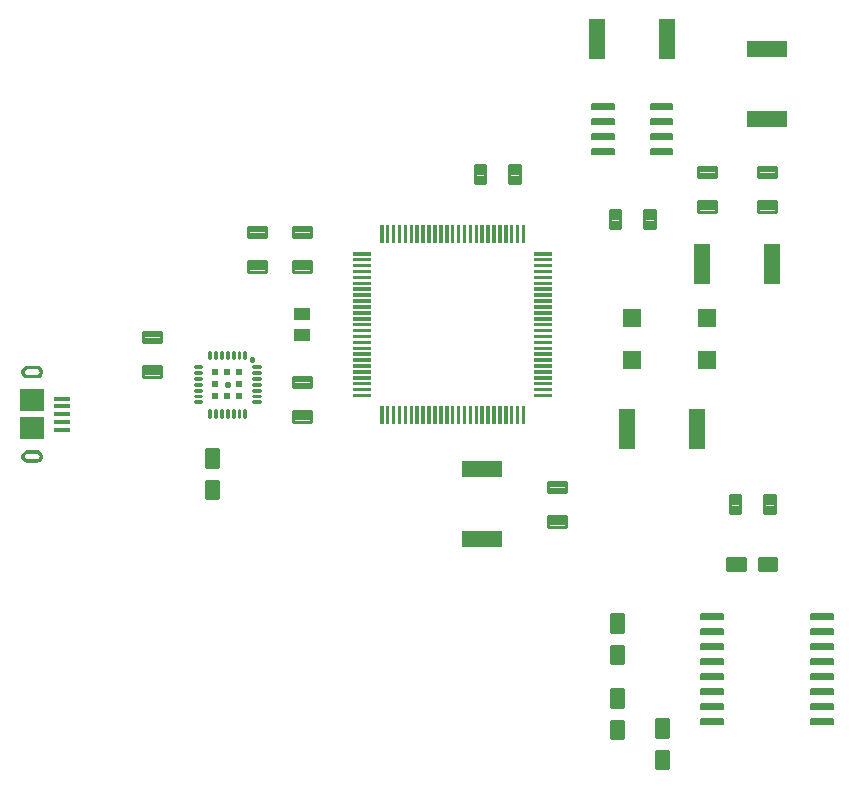
<source format=gbr>
G04 EAGLE Gerber RS-274X export*
G75*
%MOMM*%
%FSLAX34Y34*%
%LPD*%
%INSolderpaste Top*%
%IPPOS*%
%AMOC8*
5,1,8,0,0,1.08239X$1,22.5*%
G01*
%ADD10C,0.290000*%
%ADD11C,0.307500*%
%ADD12R,1.590000X1.500000*%
%ADD13R,1.420000X1.100000*%
%ADD14R,1.340000X3.420000*%
%ADD15R,3.420000X1.340000*%
%ADD16C,0.070000*%
%ADD17C,0.147500*%
%ADD18C,0.150000*%
%ADD19R,1.400000X0.400000*%
%ADD20R,2.000000X1.900000*%
%ADD21R,0.499809X0.500319*%
%ADD22R,0.499938X0.500022*%
%ADD23R,0.499175X0.499175*%
%ADD24R,0.500384X0.498850*%
%ADD25R,0.500194X0.500969*%
%ADD26R,0.500991X0.500991*%
%ADD27R,0.502300X0.500459*%
%ADD28R,0.500059X0.499963*%
%ADD29C,0.225000*%
%ADD30C,0.250000*%
%ADD31C,0.217500*%

G36*
X8700Y358504D02*
X8700Y358504D01*
X7531Y358373D01*
X7531Y358372D01*
X7530Y358372D01*
X6421Y357984D01*
X6420Y357984D01*
X5424Y357358D01*
X4592Y356526D01*
X3966Y355530D01*
X3966Y355529D01*
X3578Y354420D01*
X3578Y354419D01*
X3577Y354419D01*
X3446Y353250D01*
X3577Y352081D01*
X3578Y352081D01*
X3578Y352080D01*
X3966Y350971D01*
X3966Y350970D01*
X4592Y349974D01*
X5424Y349142D01*
X6420Y348516D01*
X6421Y348516D01*
X7530Y348128D01*
X7531Y348128D01*
X7531Y348127D01*
X8700Y347996D01*
X16700Y347996D01*
X17869Y348127D01*
X17869Y348128D01*
X17870Y348128D01*
X18979Y348516D01*
X18980Y348516D01*
X19976Y349142D01*
X20808Y349974D01*
X21434Y350970D01*
X21434Y350971D01*
X21822Y352080D01*
X21822Y352081D01*
X21823Y352081D01*
X21954Y353250D01*
X21823Y354419D01*
X21822Y354419D01*
X21822Y354420D01*
X21434Y355529D01*
X21434Y355530D01*
X20808Y356526D01*
X19976Y357358D01*
X18980Y357984D01*
X18979Y357984D01*
X17870Y358372D01*
X17869Y358372D01*
X17869Y358373D01*
X16700Y358504D01*
X8700Y358504D01*
X8700Y358504D01*
G37*
G36*
X16700Y276496D02*
X16700Y276496D01*
X17869Y276627D01*
X17869Y276628D01*
X17870Y276628D01*
X18979Y277016D01*
X18980Y277016D01*
X19976Y277642D01*
X20808Y278474D01*
X21434Y279470D01*
X21434Y279471D01*
X21822Y280580D01*
X21822Y280581D01*
X21823Y280581D01*
X21954Y281750D01*
X21823Y282919D01*
X21822Y282919D01*
X21822Y282920D01*
X21434Y284029D01*
X21434Y284030D01*
X20808Y285026D01*
X19976Y285858D01*
X18980Y286484D01*
X18979Y286484D01*
X17870Y286872D01*
X17869Y286872D01*
X17869Y286873D01*
X16700Y287004D01*
X8700Y287004D01*
X7531Y286873D01*
X7531Y286872D01*
X7530Y286872D01*
X6421Y286484D01*
X6420Y286484D01*
X5424Y285858D01*
X4592Y285026D01*
X3966Y284030D01*
X3966Y284029D01*
X3578Y282920D01*
X3578Y282919D01*
X3577Y282919D01*
X3446Y281750D01*
X3577Y280581D01*
X3578Y280581D01*
X3578Y280580D01*
X3966Y279471D01*
X3966Y279470D01*
X4592Y278474D01*
X5424Y277642D01*
X6420Y277016D01*
X6421Y277016D01*
X7530Y276628D01*
X7531Y276628D01*
X7531Y276627D01*
X8700Y276496D01*
X16700Y276496D01*
X16700Y276496D01*
G37*
%LPC*%
G36*
X17281Y355419D02*
X17281Y355419D01*
X17823Y355195D01*
X18288Y354838D01*
X18645Y354373D01*
X18869Y353831D01*
X18946Y353250D01*
X18869Y352669D01*
X18645Y352127D01*
X18288Y351662D01*
X17823Y351305D01*
X17281Y351081D01*
X16700Y351004D01*
X8700Y351004D01*
X8119Y351081D01*
X7577Y351305D01*
X7112Y351662D01*
X6755Y352127D01*
X6531Y352669D01*
X6454Y353250D01*
X6531Y353831D01*
X6755Y354373D01*
X7112Y354838D01*
X7577Y355195D01*
X8119Y355419D01*
X8700Y355496D01*
X16700Y355496D01*
X17281Y355419D01*
G37*
%LPD*%
%LPC*%
G36*
X8700Y279504D02*
X8700Y279504D01*
X8119Y279581D01*
X7577Y279805D01*
X7112Y280162D01*
X6755Y280627D01*
X6531Y281169D01*
X6454Y281750D01*
X6531Y282331D01*
X6755Y282873D01*
X7112Y283338D01*
X7577Y283695D01*
X8119Y283919D01*
X8700Y283996D01*
X16700Y283996D01*
X17281Y283919D01*
X17823Y283695D01*
X18288Y283338D01*
X18645Y282873D01*
X18869Y282331D01*
X18946Y281750D01*
X18869Y281169D01*
X18645Y280627D01*
X18288Y280162D01*
X17823Y279805D01*
X17281Y279581D01*
X16700Y279504D01*
X8700Y279504D01*
G37*
%LPD*%
D10*
X464850Y260400D02*
X464850Y251700D01*
X449550Y251700D01*
X449550Y260400D01*
X464850Y260400D01*
X464850Y254455D02*
X449550Y254455D01*
X449550Y257210D02*
X464850Y257210D01*
X464850Y259965D02*
X449550Y259965D01*
X464850Y230900D02*
X464850Y222200D01*
X449550Y222200D01*
X449550Y230900D01*
X464850Y230900D01*
X464850Y224955D02*
X449550Y224955D01*
X449550Y227710D02*
X464850Y227710D01*
X464850Y230465D02*
X449550Y230465D01*
X396000Y528350D02*
X387300Y528350D01*
X396000Y528350D02*
X396000Y513050D01*
X387300Y513050D01*
X387300Y528350D01*
X387300Y515805D02*
X396000Y515805D01*
X396000Y518560D02*
X387300Y518560D01*
X387300Y521315D02*
X396000Y521315D01*
X396000Y524070D02*
X387300Y524070D01*
X387300Y526825D02*
X396000Y526825D01*
X416800Y528350D02*
X425500Y528350D01*
X425500Y513050D01*
X416800Y513050D01*
X416800Y528350D01*
X416800Y515805D02*
X425500Y515805D01*
X425500Y518560D02*
X416800Y518560D01*
X416800Y521315D02*
X425500Y521315D01*
X425500Y524070D02*
X416800Y524070D01*
X416800Y526825D02*
X425500Y526825D01*
X248950Y349300D02*
X248950Y340600D01*
X233650Y340600D01*
X233650Y349300D01*
X248950Y349300D01*
X248950Y343355D02*
X233650Y343355D01*
X233650Y346110D02*
X248950Y346110D01*
X248950Y348865D02*
X233650Y348865D01*
X248950Y319800D02*
X248950Y311100D01*
X233650Y311100D01*
X233650Y319800D01*
X248950Y319800D01*
X248950Y313855D02*
X233650Y313855D01*
X233650Y316610D02*
X248950Y316610D01*
X248950Y319365D02*
X233650Y319365D01*
D11*
X160487Y287213D02*
X160487Y273187D01*
X160487Y287213D02*
X169713Y287213D01*
X169713Y273187D01*
X160487Y273187D01*
X160487Y276108D02*
X169713Y276108D01*
X169713Y279029D02*
X160487Y279029D01*
X160487Y281950D02*
X169713Y281950D01*
X169713Y284871D02*
X160487Y284871D01*
X160487Y260213D02*
X160487Y246187D01*
X160487Y260213D02*
X169713Y260213D01*
X169713Y246187D01*
X160487Y246187D01*
X160487Y249108D02*
X169713Y249108D01*
X169713Y252029D02*
X160487Y252029D01*
X160487Y254950D02*
X169713Y254950D01*
X169713Y257871D02*
X160487Y257871D01*
D10*
X106650Y349200D02*
X106650Y357900D01*
X121950Y357900D01*
X121950Y349200D01*
X106650Y349200D01*
X106650Y351955D02*
X121950Y351955D01*
X121950Y354710D02*
X106650Y354710D01*
X106650Y357465D02*
X121950Y357465D01*
X106650Y378700D02*
X106650Y387400D01*
X121950Y387400D01*
X121950Y378700D01*
X106650Y378700D01*
X106650Y381455D02*
X121950Y381455D01*
X121950Y384210D02*
X106650Y384210D01*
X106650Y386965D02*
X121950Y386965D01*
X632700Y233650D02*
X641400Y233650D01*
X632700Y233650D02*
X632700Y248950D01*
X641400Y248950D01*
X641400Y233650D01*
X641400Y236405D02*
X632700Y236405D01*
X632700Y239160D02*
X641400Y239160D01*
X641400Y241915D02*
X632700Y241915D01*
X632700Y244670D02*
X641400Y244670D01*
X641400Y247425D02*
X632700Y247425D01*
X611900Y233650D02*
X603200Y233650D01*
X603200Y248950D01*
X611900Y248950D01*
X611900Y233650D01*
X611900Y236405D02*
X603200Y236405D01*
X603200Y239160D02*
X611900Y239160D01*
X611900Y241915D02*
X603200Y241915D01*
X603200Y244670D02*
X611900Y244670D01*
X611900Y247425D02*
X603200Y247425D01*
X591850Y518400D02*
X591850Y527100D01*
X591850Y518400D02*
X576550Y518400D01*
X576550Y527100D01*
X591850Y527100D01*
X591850Y521155D02*
X576550Y521155D01*
X576550Y523910D02*
X591850Y523910D01*
X591850Y526665D02*
X576550Y526665D01*
X591850Y497600D02*
X591850Y488900D01*
X576550Y488900D01*
X576550Y497600D01*
X591850Y497600D01*
X591850Y491655D02*
X576550Y491655D01*
X576550Y494410D02*
X591850Y494410D01*
X591850Y497165D02*
X576550Y497165D01*
X627350Y497600D02*
X627350Y488900D01*
X627350Y497600D02*
X642650Y497600D01*
X642650Y488900D01*
X627350Y488900D01*
X627350Y491655D02*
X642650Y491655D01*
X642650Y494410D02*
X627350Y494410D01*
X627350Y497165D02*
X642650Y497165D01*
X627350Y518400D02*
X627350Y527100D01*
X642650Y527100D01*
X642650Y518400D01*
X627350Y518400D01*
X627350Y521155D02*
X642650Y521155D01*
X642650Y523910D02*
X627350Y523910D01*
X627350Y526665D02*
X642650Y526665D01*
D11*
X503387Y147513D02*
X503387Y133487D01*
X503387Y147513D02*
X512613Y147513D01*
X512613Y133487D01*
X503387Y133487D01*
X503387Y136408D02*
X512613Y136408D01*
X512613Y139329D02*
X503387Y139329D01*
X503387Y142250D02*
X512613Y142250D01*
X512613Y145171D02*
X503387Y145171D01*
X503387Y120513D02*
X503387Y106487D01*
X503387Y120513D02*
X512613Y120513D01*
X512613Y106487D01*
X503387Y106487D01*
X503387Y109408D02*
X512613Y109408D01*
X512613Y112329D02*
X503387Y112329D01*
X503387Y115250D02*
X512613Y115250D01*
X512613Y118171D02*
X503387Y118171D01*
X503387Y84013D02*
X503387Y69987D01*
X503387Y84013D02*
X512613Y84013D01*
X512613Y69987D01*
X503387Y69987D01*
X503387Y72908D02*
X512613Y72908D01*
X512613Y75829D02*
X503387Y75829D01*
X503387Y78750D02*
X512613Y78750D01*
X512613Y81671D02*
X503387Y81671D01*
X503387Y57013D02*
X503387Y42987D01*
X503387Y57013D02*
X512613Y57013D01*
X512613Y42987D01*
X503387Y42987D01*
X503387Y45908D02*
X512613Y45908D01*
X512613Y48829D02*
X503387Y48829D01*
X503387Y51750D02*
X512613Y51750D01*
X512613Y54671D02*
X503387Y54671D01*
X601787Y185887D02*
X615813Y185887D01*
X601787Y185887D02*
X601787Y195113D01*
X615813Y195113D01*
X615813Y185887D01*
X615813Y188808D02*
X601787Y188808D01*
X601787Y191729D02*
X615813Y191729D01*
X615813Y194650D02*
X601787Y194650D01*
X628787Y185887D02*
X642813Y185887D01*
X628787Y185887D02*
X628787Y195113D01*
X642813Y195113D01*
X642813Y185887D01*
X642813Y188808D02*
X628787Y188808D01*
X628787Y191729D02*
X642813Y191729D01*
X642813Y194650D02*
X628787Y194650D01*
X550713Y31613D02*
X550713Y17587D01*
X541487Y17587D01*
X541487Y31613D01*
X550713Y31613D01*
X550713Y20508D02*
X541487Y20508D01*
X541487Y23429D02*
X550713Y23429D01*
X550713Y26350D02*
X541487Y26350D01*
X541487Y29271D02*
X550713Y29271D01*
X550713Y44587D02*
X550713Y58613D01*
X550713Y44587D02*
X541487Y44587D01*
X541487Y58613D01*
X550713Y58613D01*
X550713Y47508D02*
X541487Y47508D01*
X541487Y50429D02*
X550713Y50429D01*
X550713Y53350D02*
X541487Y53350D01*
X541487Y56271D02*
X550713Y56271D01*
D10*
X195550Y438100D02*
X195550Y446800D01*
X210850Y446800D01*
X210850Y438100D01*
X195550Y438100D01*
X195550Y440855D02*
X210850Y440855D01*
X210850Y443610D02*
X195550Y443610D01*
X195550Y446365D02*
X210850Y446365D01*
X195550Y467600D02*
X195550Y476300D01*
X210850Y476300D01*
X210850Y467600D01*
X195550Y467600D01*
X195550Y470355D02*
X210850Y470355D01*
X210850Y473110D02*
X195550Y473110D01*
X195550Y475865D02*
X210850Y475865D01*
X233650Y446800D02*
X233650Y438100D01*
X233650Y446800D02*
X248950Y446800D01*
X248950Y438100D01*
X233650Y438100D01*
X233650Y440855D02*
X248950Y440855D01*
X248950Y443610D02*
X233650Y443610D01*
X233650Y446365D02*
X248950Y446365D01*
X233650Y467600D02*
X233650Y476300D01*
X248950Y476300D01*
X248950Y467600D01*
X233650Y467600D01*
X233650Y470355D02*
X248950Y470355D01*
X248950Y473110D02*
X233650Y473110D01*
X233650Y475865D02*
X248950Y475865D01*
D12*
X520700Y363050D03*
X520700Y398950D03*
X584200Y398950D03*
X584200Y363050D03*
D13*
X241300Y402550D03*
X241300Y384850D03*
D14*
X550600Y635000D03*
X490800Y635000D03*
D15*
X635000Y567000D03*
X635000Y626800D03*
X393700Y211400D03*
X393700Y271200D03*
D14*
X516200Y304800D03*
X576000Y304800D03*
X579700Y444500D03*
X639500Y444500D03*
D16*
X309350Y324000D02*
X309350Y310000D01*
X307250Y310000D01*
X307250Y324000D01*
X309350Y324000D01*
X309350Y310665D02*
X307250Y310665D01*
X307250Y311330D02*
X309350Y311330D01*
X309350Y311995D02*
X307250Y311995D01*
X307250Y312660D02*
X309350Y312660D01*
X309350Y313325D02*
X307250Y313325D01*
X307250Y313990D02*
X309350Y313990D01*
X309350Y314655D02*
X307250Y314655D01*
X307250Y315320D02*
X309350Y315320D01*
X309350Y315985D02*
X307250Y315985D01*
X307250Y316650D02*
X309350Y316650D01*
X309350Y317315D02*
X307250Y317315D01*
X307250Y317980D02*
X309350Y317980D01*
X309350Y318645D02*
X307250Y318645D01*
X307250Y319310D02*
X309350Y319310D01*
X309350Y319975D02*
X307250Y319975D01*
X307250Y320640D02*
X309350Y320640D01*
X309350Y321305D02*
X307250Y321305D01*
X307250Y321970D02*
X309350Y321970D01*
X309350Y322635D02*
X307250Y322635D01*
X307250Y323300D02*
X309350Y323300D01*
X309350Y323965D02*
X307250Y323965D01*
X314350Y324000D02*
X314350Y310000D01*
X312250Y310000D01*
X312250Y324000D01*
X314350Y324000D01*
X314350Y310665D02*
X312250Y310665D01*
X312250Y311330D02*
X314350Y311330D01*
X314350Y311995D02*
X312250Y311995D01*
X312250Y312660D02*
X314350Y312660D01*
X314350Y313325D02*
X312250Y313325D01*
X312250Y313990D02*
X314350Y313990D01*
X314350Y314655D02*
X312250Y314655D01*
X312250Y315320D02*
X314350Y315320D01*
X314350Y315985D02*
X312250Y315985D01*
X312250Y316650D02*
X314350Y316650D01*
X314350Y317315D02*
X312250Y317315D01*
X312250Y317980D02*
X314350Y317980D01*
X314350Y318645D02*
X312250Y318645D01*
X312250Y319310D02*
X314350Y319310D01*
X314350Y319975D02*
X312250Y319975D01*
X312250Y320640D02*
X314350Y320640D01*
X314350Y321305D02*
X312250Y321305D01*
X312250Y321970D02*
X314350Y321970D01*
X314350Y322635D02*
X312250Y322635D01*
X312250Y323300D02*
X314350Y323300D01*
X314350Y323965D02*
X312250Y323965D01*
X319350Y324000D02*
X319350Y310000D01*
X317250Y310000D01*
X317250Y324000D01*
X319350Y324000D01*
X319350Y310665D02*
X317250Y310665D01*
X317250Y311330D02*
X319350Y311330D01*
X319350Y311995D02*
X317250Y311995D01*
X317250Y312660D02*
X319350Y312660D01*
X319350Y313325D02*
X317250Y313325D01*
X317250Y313990D02*
X319350Y313990D01*
X319350Y314655D02*
X317250Y314655D01*
X317250Y315320D02*
X319350Y315320D01*
X319350Y315985D02*
X317250Y315985D01*
X317250Y316650D02*
X319350Y316650D01*
X319350Y317315D02*
X317250Y317315D01*
X317250Y317980D02*
X319350Y317980D01*
X319350Y318645D02*
X317250Y318645D01*
X317250Y319310D02*
X319350Y319310D01*
X319350Y319975D02*
X317250Y319975D01*
X317250Y320640D02*
X319350Y320640D01*
X319350Y321305D02*
X317250Y321305D01*
X317250Y321970D02*
X319350Y321970D01*
X319350Y322635D02*
X317250Y322635D01*
X317250Y323300D02*
X319350Y323300D01*
X319350Y323965D02*
X317250Y323965D01*
X324350Y324000D02*
X324350Y310000D01*
X322250Y310000D01*
X322250Y324000D01*
X324350Y324000D01*
X324350Y310665D02*
X322250Y310665D01*
X322250Y311330D02*
X324350Y311330D01*
X324350Y311995D02*
X322250Y311995D01*
X322250Y312660D02*
X324350Y312660D01*
X324350Y313325D02*
X322250Y313325D01*
X322250Y313990D02*
X324350Y313990D01*
X324350Y314655D02*
X322250Y314655D01*
X322250Y315320D02*
X324350Y315320D01*
X324350Y315985D02*
X322250Y315985D01*
X322250Y316650D02*
X324350Y316650D01*
X324350Y317315D02*
X322250Y317315D01*
X322250Y317980D02*
X324350Y317980D01*
X324350Y318645D02*
X322250Y318645D01*
X322250Y319310D02*
X324350Y319310D01*
X324350Y319975D02*
X322250Y319975D01*
X322250Y320640D02*
X324350Y320640D01*
X324350Y321305D02*
X322250Y321305D01*
X322250Y321970D02*
X324350Y321970D01*
X324350Y322635D02*
X322250Y322635D01*
X322250Y323300D02*
X324350Y323300D01*
X324350Y323965D02*
X322250Y323965D01*
X329350Y324000D02*
X329350Y310000D01*
X327250Y310000D01*
X327250Y324000D01*
X329350Y324000D01*
X329350Y310665D02*
X327250Y310665D01*
X327250Y311330D02*
X329350Y311330D01*
X329350Y311995D02*
X327250Y311995D01*
X327250Y312660D02*
X329350Y312660D01*
X329350Y313325D02*
X327250Y313325D01*
X327250Y313990D02*
X329350Y313990D01*
X329350Y314655D02*
X327250Y314655D01*
X327250Y315320D02*
X329350Y315320D01*
X329350Y315985D02*
X327250Y315985D01*
X327250Y316650D02*
X329350Y316650D01*
X329350Y317315D02*
X327250Y317315D01*
X327250Y317980D02*
X329350Y317980D01*
X329350Y318645D02*
X327250Y318645D01*
X327250Y319310D02*
X329350Y319310D01*
X329350Y319975D02*
X327250Y319975D01*
X327250Y320640D02*
X329350Y320640D01*
X329350Y321305D02*
X327250Y321305D01*
X327250Y321970D02*
X329350Y321970D01*
X329350Y322635D02*
X327250Y322635D01*
X327250Y323300D02*
X329350Y323300D01*
X329350Y323965D02*
X327250Y323965D01*
X334350Y324000D02*
X334350Y310000D01*
X332250Y310000D01*
X332250Y324000D01*
X334350Y324000D01*
X334350Y310665D02*
X332250Y310665D01*
X332250Y311330D02*
X334350Y311330D01*
X334350Y311995D02*
X332250Y311995D01*
X332250Y312660D02*
X334350Y312660D01*
X334350Y313325D02*
X332250Y313325D01*
X332250Y313990D02*
X334350Y313990D01*
X334350Y314655D02*
X332250Y314655D01*
X332250Y315320D02*
X334350Y315320D01*
X334350Y315985D02*
X332250Y315985D01*
X332250Y316650D02*
X334350Y316650D01*
X334350Y317315D02*
X332250Y317315D01*
X332250Y317980D02*
X334350Y317980D01*
X334350Y318645D02*
X332250Y318645D01*
X332250Y319310D02*
X334350Y319310D01*
X334350Y319975D02*
X332250Y319975D01*
X332250Y320640D02*
X334350Y320640D01*
X334350Y321305D02*
X332250Y321305D01*
X332250Y321970D02*
X334350Y321970D01*
X334350Y322635D02*
X332250Y322635D01*
X332250Y323300D02*
X334350Y323300D01*
X334350Y323965D02*
X332250Y323965D01*
X339350Y324000D02*
X339350Y310000D01*
X337250Y310000D01*
X337250Y324000D01*
X339350Y324000D01*
X339350Y310665D02*
X337250Y310665D01*
X337250Y311330D02*
X339350Y311330D01*
X339350Y311995D02*
X337250Y311995D01*
X337250Y312660D02*
X339350Y312660D01*
X339350Y313325D02*
X337250Y313325D01*
X337250Y313990D02*
X339350Y313990D01*
X339350Y314655D02*
X337250Y314655D01*
X337250Y315320D02*
X339350Y315320D01*
X339350Y315985D02*
X337250Y315985D01*
X337250Y316650D02*
X339350Y316650D01*
X339350Y317315D02*
X337250Y317315D01*
X337250Y317980D02*
X339350Y317980D01*
X339350Y318645D02*
X337250Y318645D01*
X337250Y319310D02*
X339350Y319310D01*
X339350Y319975D02*
X337250Y319975D01*
X337250Y320640D02*
X339350Y320640D01*
X339350Y321305D02*
X337250Y321305D01*
X337250Y321970D02*
X339350Y321970D01*
X339350Y322635D02*
X337250Y322635D01*
X337250Y323300D02*
X339350Y323300D01*
X339350Y323965D02*
X337250Y323965D01*
X344350Y324000D02*
X344350Y310000D01*
X342250Y310000D01*
X342250Y324000D01*
X344350Y324000D01*
X344350Y310665D02*
X342250Y310665D01*
X342250Y311330D02*
X344350Y311330D01*
X344350Y311995D02*
X342250Y311995D01*
X342250Y312660D02*
X344350Y312660D01*
X344350Y313325D02*
X342250Y313325D01*
X342250Y313990D02*
X344350Y313990D01*
X344350Y314655D02*
X342250Y314655D01*
X342250Y315320D02*
X344350Y315320D01*
X344350Y315985D02*
X342250Y315985D01*
X342250Y316650D02*
X344350Y316650D01*
X344350Y317315D02*
X342250Y317315D01*
X342250Y317980D02*
X344350Y317980D01*
X344350Y318645D02*
X342250Y318645D01*
X342250Y319310D02*
X344350Y319310D01*
X344350Y319975D02*
X342250Y319975D01*
X342250Y320640D02*
X344350Y320640D01*
X344350Y321305D02*
X342250Y321305D01*
X342250Y321970D02*
X344350Y321970D01*
X344350Y322635D02*
X342250Y322635D01*
X342250Y323300D02*
X344350Y323300D01*
X344350Y323965D02*
X342250Y323965D01*
X349350Y324000D02*
X349350Y310000D01*
X347250Y310000D01*
X347250Y324000D01*
X349350Y324000D01*
X349350Y310665D02*
X347250Y310665D01*
X347250Y311330D02*
X349350Y311330D01*
X349350Y311995D02*
X347250Y311995D01*
X347250Y312660D02*
X349350Y312660D01*
X349350Y313325D02*
X347250Y313325D01*
X347250Y313990D02*
X349350Y313990D01*
X349350Y314655D02*
X347250Y314655D01*
X347250Y315320D02*
X349350Y315320D01*
X349350Y315985D02*
X347250Y315985D01*
X347250Y316650D02*
X349350Y316650D01*
X349350Y317315D02*
X347250Y317315D01*
X347250Y317980D02*
X349350Y317980D01*
X349350Y318645D02*
X347250Y318645D01*
X347250Y319310D02*
X349350Y319310D01*
X349350Y319975D02*
X347250Y319975D01*
X347250Y320640D02*
X349350Y320640D01*
X349350Y321305D02*
X347250Y321305D01*
X347250Y321970D02*
X349350Y321970D01*
X349350Y322635D02*
X347250Y322635D01*
X347250Y323300D02*
X349350Y323300D01*
X349350Y323965D02*
X347250Y323965D01*
X354350Y324000D02*
X354350Y310000D01*
X352250Y310000D01*
X352250Y324000D01*
X354350Y324000D01*
X354350Y310665D02*
X352250Y310665D01*
X352250Y311330D02*
X354350Y311330D01*
X354350Y311995D02*
X352250Y311995D01*
X352250Y312660D02*
X354350Y312660D01*
X354350Y313325D02*
X352250Y313325D01*
X352250Y313990D02*
X354350Y313990D01*
X354350Y314655D02*
X352250Y314655D01*
X352250Y315320D02*
X354350Y315320D01*
X354350Y315985D02*
X352250Y315985D01*
X352250Y316650D02*
X354350Y316650D01*
X354350Y317315D02*
X352250Y317315D01*
X352250Y317980D02*
X354350Y317980D01*
X354350Y318645D02*
X352250Y318645D01*
X352250Y319310D02*
X354350Y319310D01*
X354350Y319975D02*
X352250Y319975D01*
X352250Y320640D02*
X354350Y320640D01*
X354350Y321305D02*
X352250Y321305D01*
X352250Y321970D02*
X354350Y321970D01*
X354350Y322635D02*
X352250Y322635D01*
X352250Y323300D02*
X354350Y323300D01*
X354350Y323965D02*
X352250Y323965D01*
X359350Y324000D02*
X359350Y310000D01*
X357250Y310000D01*
X357250Y324000D01*
X359350Y324000D01*
X359350Y310665D02*
X357250Y310665D01*
X357250Y311330D02*
X359350Y311330D01*
X359350Y311995D02*
X357250Y311995D01*
X357250Y312660D02*
X359350Y312660D01*
X359350Y313325D02*
X357250Y313325D01*
X357250Y313990D02*
X359350Y313990D01*
X359350Y314655D02*
X357250Y314655D01*
X357250Y315320D02*
X359350Y315320D01*
X359350Y315985D02*
X357250Y315985D01*
X357250Y316650D02*
X359350Y316650D01*
X359350Y317315D02*
X357250Y317315D01*
X357250Y317980D02*
X359350Y317980D01*
X359350Y318645D02*
X357250Y318645D01*
X357250Y319310D02*
X359350Y319310D01*
X359350Y319975D02*
X357250Y319975D01*
X357250Y320640D02*
X359350Y320640D01*
X359350Y321305D02*
X357250Y321305D01*
X357250Y321970D02*
X359350Y321970D01*
X359350Y322635D02*
X357250Y322635D01*
X357250Y323300D02*
X359350Y323300D01*
X359350Y323965D02*
X357250Y323965D01*
X364350Y324000D02*
X364350Y310000D01*
X362250Y310000D01*
X362250Y324000D01*
X364350Y324000D01*
X364350Y310665D02*
X362250Y310665D01*
X362250Y311330D02*
X364350Y311330D01*
X364350Y311995D02*
X362250Y311995D01*
X362250Y312660D02*
X364350Y312660D01*
X364350Y313325D02*
X362250Y313325D01*
X362250Y313990D02*
X364350Y313990D01*
X364350Y314655D02*
X362250Y314655D01*
X362250Y315320D02*
X364350Y315320D01*
X364350Y315985D02*
X362250Y315985D01*
X362250Y316650D02*
X364350Y316650D01*
X364350Y317315D02*
X362250Y317315D01*
X362250Y317980D02*
X364350Y317980D01*
X364350Y318645D02*
X362250Y318645D01*
X362250Y319310D02*
X364350Y319310D01*
X364350Y319975D02*
X362250Y319975D01*
X362250Y320640D02*
X364350Y320640D01*
X364350Y321305D02*
X362250Y321305D01*
X362250Y321970D02*
X364350Y321970D01*
X364350Y322635D02*
X362250Y322635D01*
X362250Y323300D02*
X364350Y323300D01*
X364350Y323965D02*
X362250Y323965D01*
X369350Y324000D02*
X369350Y310000D01*
X367250Y310000D01*
X367250Y324000D01*
X369350Y324000D01*
X369350Y310665D02*
X367250Y310665D01*
X367250Y311330D02*
X369350Y311330D01*
X369350Y311995D02*
X367250Y311995D01*
X367250Y312660D02*
X369350Y312660D01*
X369350Y313325D02*
X367250Y313325D01*
X367250Y313990D02*
X369350Y313990D01*
X369350Y314655D02*
X367250Y314655D01*
X367250Y315320D02*
X369350Y315320D01*
X369350Y315985D02*
X367250Y315985D01*
X367250Y316650D02*
X369350Y316650D01*
X369350Y317315D02*
X367250Y317315D01*
X367250Y317980D02*
X369350Y317980D01*
X369350Y318645D02*
X367250Y318645D01*
X367250Y319310D02*
X369350Y319310D01*
X369350Y319975D02*
X367250Y319975D01*
X367250Y320640D02*
X369350Y320640D01*
X369350Y321305D02*
X367250Y321305D01*
X367250Y321970D02*
X369350Y321970D01*
X369350Y322635D02*
X367250Y322635D01*
X367250Y323300D02*
X369350Y323300D01*
X369350Y323965D02*
X367250Y323965D01*
X374350Y324000D02*
X374350Y310000D01*
X372250Y310000D01*
X372250Y324000D01*
X374350Y324000D01*
X374350Y310665D02*
X372250Y310665D01*
X372250Y311330D02*
X374350Y311330D01*
X374350Y311995D02*
X372250Y311995D01*
X372250Y312660D02*
X374350Y312660D01*
X374350Y313325D02*
X372250Y313325D01*
X372250Y313990D02*
X374350Y313990D01*
X374350Y314655D02*
X372250Y314655D01*
X372250Y315320D02*
X374350Y315320D01*
X374350Y315985D02*
X372250Y315985D01*
X372250Y316650D02*
X374350Y316650D01*
X374350Y317315D02*
X372250Y317315D01*
X372250Y317980D02*
X374350Y317980D01*
X374350Y318645D02*
X372250Y318645D01*
X372250Y319310D02*
X374350Y319310D01*
X374350Y319975D02*
X372250Y319975D01*
X372250Y320640D02*
X374350Y320640D01*
X374350Y321305D02*
X372250Y321305D01*
X372250Y321970D02*
X374350Y321970D01*
X374350Y322635D02*
X372250Y322635D01*
X372250Y323300D02*
X374350Y323300D01*
X374350Y323965D02*
X372250Y323965D01*
X379350Y324000D02*
X379350Y310000D01*
X377250Y310000D01*
X377250Y324000D01*
X379350Y324000D01*
X379350Y310665D02*
X377250Y310665D01*
X377250Y311330D02*
X379350Y311330D01*
X379350Y311995D02*
X377250Y311995D01*
X377250Y312660D02*
X379350Y312660D01*
X379350Y313325D02*
X377250Y313325D01*
X377250Y313990D02*
X379350Y313990D01*
X379350Y314655D02*
X377250Y314655D01*
X377250Y315320D02*
X379350Y315320D01*
X379350Y315985D02*
X377250Y315985D01*
X377250Y316650D02*
X379350Y316650D01*
X379350Y317315D02*
X377250Y317315D01*
X377250Y317980D02*
X379350Y317980D01*
X379350Y318645D02*
X377250Y318645D01*
X377250Y319310D02*
X379350Y319310D01*
X379350Y319975D02*
X377250Y319975D01*
X377250Y320640D02*
X379350Y320640D01*
X379350Y321305D02*
X377250Y321305D01*
X377250Y321970D02*
X379350Y321970D01*
X379350Y322635D02*
X377250Y322635D01*
X377250Y323300D02*
X379350Y323300D01*
X379350Y323965D02*
X377250Y323965D01*
X384350Y324000D02*
X384350Y310000D01*
X382250Y310000D01*
X382250Y324000D01*
X384350Y324000D01*
X384350Y310665D02*
X382250Y310665D01*
X382250Y311330D02*
X384350Y311330D01*
X384350Y311995D02*
X382250Y311995D01*
X382250Y312660D02*
X384350Y312660D01*
X384350Y313325D02*
X382250Y313325D01*
X382250Y313990D02*
X384350Y313990D01*
X384350Y314655D02*
X382250Y314655D01*
X382250Y315320D02*
X384350Y315320D01*
X384350Y315985D02*
X382250Y315985D01*
X382250Y316650D02*
X384350Y316650D01*
X384350Y317315D02*
X382250Y317315D01*
X382250Y317980D02*
X384350Y317980D01*
X384350Y318645D02*
X382250Y318645D01*
X382250Y319310D02*
X384350Y319310D01*
X384350Y319975D02*
X382250Y319975D01*
X382250Y320640D02*
X384350Y320640D01*
X384350Y321305D02*
X382250Y321305D01*
X382250Y321970D02*
X384350Y321970D01*
X384350Y322635D02*
X382250Y322635D01*
X382250Y323300D02*
X384350Y323300D01*
X384350Y323965D02*
X382250Y323965D01*
X389350Y324000D02*
X389350Y310000D01*
X387250Y310000D01*
X387250Y324000D01*
X389350Y324000D01*
X389350Y310665D02*
X387250Y310665D01*
X387250Y311330D02*
X389350Y311330D01*
X389350Y311995D02*
X387250Y311995D01*
X387250Y312660D02*
X389350Y312660D01*
X389350Y313325D02*
X387250Y313325D01*
X387250Y313990D02*
X389350Y313990D01*
X389350Y314655D02*
X387250Y314655D01*
X387250Y315320D02*
X389350Y315320D01*
X389350Y315985D02*
X387250Y315985D01*
X387250Y316650D02*
X389350Y316650D01*
X389350Y317315D02*
X387250Y317315D01*
X387250Y317980D02*
X389350Y317980D01*
X389350Y318645D02*
X387250Y318645D01*
X387250Y319310D02*
X389350Y319310D01*
X389350Y319975D02*
X387250Y319975D01*
X387250Y320640D02*
X389350Y320640D01*
X389350Y321305D02*
X387250Y321305D01*
X387250Y321970D02*
X389350Y321970D01*
X389350Y322635D02*
X387250Y322635D01*
X387250Y323300D02*
X389350Y323300D01*
X389350Y323965D02*
X387250Y323965D01*
X394350Y324000D02*
X394350Y310000D01*
X392250Y310000D01*
X392250Y324000D01*
X394350Y324000D01*
X394350Y310665D02*
X392250Y310665D01*
X392250Y311330D02*
X394350Y311330D01*
X394350Y311995D02*
X392250Y311995D01*
X392250Y312660D02*
X394350Y312660D01*
X394350Y313325D02*
X392250Y313325D01*
X392250Y313990D02*
X394350Y313990D01*
X394350Y314655D02*
X392250Y314655D01*
X392250Y315320D02*
X394350Y315320D01*
X394350Y315985D02*
X392250Y315985D01*
X392250Y316650D02*
X394350Y316650D01*
X394350Y317315D02*
X392250Y317315D01*
X392250Y317980D02*
X394350Y317980D01*
X394350Y318645D02*
X392250Y318645D01*
X392250Y319310D02*
X394350Y319310D01*
X394350Y319975D02*
X392250Y319975D01*
X392250Y320640D02*
X394350Y320640D01*
X394350Y321305D02*
X392250Y321305D01*
X392250Y321970D02*
X394350Y321970D01*
X394350Y322635D02*
X392250Y322635D01*
X392250Y323300D02*
X394350Y323300D01*
X394350Y323965D02*
X392250Y323965D01*
X399350Y324000D02*
X399350Y310000D01*
X397250Y310000D01*
X397250Y324000D01*
X399350Y324000D01*
X399350Y310665D02*
X397250Y310665D01*
X397250Y311330D02*
X399350Y311330D01*
X399350Y311995D02*
X397250Y311995D01*
X397250Y312660D02*
X399350Y312660D01*
X399350Y313325D02*
X397250Y313325D01*
X397250Y313990D02*
X399350Y313990D01*
X399350Y314655D02*
X397250Y314655D01*
X397250Y315320D02*
X399350Y315320D01*
X399350Y315985D02*
X397250Y315985D01*
X397250Y316650D02*
X399350Y316650D01*
X399350Y317315D02*
X397250Y317315D01*
X397250Y317980D02*
X399350Y317980D01*
X399350Y318645D02*
X397250Y318645D01*
X397250Y319310D02*
X399350Y319310D01*
X399350Y319975D02*
X397250Y319975D01*
X397250Y320640D02*
X399350Y320640D01*
X399350Y321305D02*
X397250Y321305D01*
X397250Y321970D02*
X399350Y321970D01*
X399350Y322635D02*
X397250Y322635D01*
X397250Y323300D02*
X399350Y323300D01*
X399350Y323965D02*
X397250Y323965D01*
X404350Y324000D02*
X404350Y310000D01*
X402250Y310000D01*
X402250Y324000D01*
X404350Y324000D01*
X404350Y310665D02*
X402250Y310665D01*
X402250Y311330D02*
X404350Y311330D01*
X404350Y311995D02*
X402250Y311995D01*
X402250Y312660D02*
X404350Y312660D01*
X404350Y313325D02*
X402250Y313325D01*
X402250Y313990D02*
X404350Y313990D01*
X404350Y314655D02*
X402250Y314655D01*
X402250Y315320D02*
X404350Y315320D01*
X404350Y315985D02*
X402250Y315985D01*
X402250Y316650D02*
X404350Y316650D01*
X404350Y317315D02*
X402250Y317315D01*
X402250Y317980D02*
X404350Y317980D01*
X404350Y318645D02*
X402250Y318645D01*
X402250Y319310D02*
X404350Y319310D01*
X404350Y319975D02*
X402250Y319975D01*
X402250Y320640D02*
X404350Y320640D01*
X404350Y321305D02*
X402250Y321305D01*
X402250Y321970D02*
X404350Y321970D01*
X404350Y322635D02*
X402250Y322635D01*
X402250Y323300D02*
X404350Y323300D01*
X404350Y323965D02*
X402250Y323965D01*
X409350Y324000D02*
X409350Y310000D01*
X407250Y310000D01*
X407250Y324000D01*
X409350Y324000D01*
X409350Y310665D02*
X407250Y310665D01*
X407250Y311330D02*
X409350Y311330D01*
X409350Y311995D02*
X407250Y311995D01*
X407250Y312660D02*
X409350Y312660D01*
X409350Y313325D02*
X407250Y313325D01*
X407250Y313990D02*
X409350Y313990D01*
X409350Y314655D02*
X407250Y314655D01*
X407250Y315320D02*
X409350Y315320D01*
X409350Y315985D02*
X407250Y315985D01*
X407250Y316650D02*
X409350Y316650D01*
X409350Y317315D02*
X407250Y317315D01*
X407250Y317980D02*
X409350Y317980D01*
X409350Y318645D02*
X407250Y318645D01*
X407250Y319310D02*
X409350Y319310D01*
X409350Y319975D02*
X407250Y319975D01*
X407250Y320640D02*
X409350Y320640D01*
X409350Y321305D02*
X407250Y321305D01*
X407250Y321970D02*
X409350Y321970D01*
X409350Y322635D02*
X407250Y322635D01*
X407250Y323300D02*
X409350Y323300D01*
X409350Y323965D02*
X407250Y323965D01*
X414350Y324000D02*
X414350Y310000D01*
X412250Y310000D01*
X412250Y324000D01*
X414350Y324000D01*
X414350Y310665D02*
X412250Y310665D01*
X412250Y311330D02*
X414350Y311330D01*
X414350Y311995D02*
X412250Y311995D01*
X412250Y312660D02*
X414350Y312660D01*
X414350Y313325D02*
X412250Y313325D01*
X412250Y313990D02*
X414350Y313990D01*
X414350Y314655D02*
X412250Y314655D01*
X412250Y315320D02*
X414350Y315320D01*
X414350Y315985D02*
X412250Y315985D01*
X412250Y316650D02*
X414350Y316650D01*
X414350Y317315D02*
X412250Y317315D01*
X412250Y317980D02*
X414350Y317980D01*
X414350Y318645D02*
X412250Y318645D01*
X412250Y319310D02*
X414350Y319310D01*
X414350Y319975D02*
X412250Y319975D01*
X412250Y320640D02*
X414350Y320640D01*
X414350Y321305D02*
X412250Y321305D01*
X412250Y321970D02*
X414350Y321970D01*
X414350Y322635D02*
X412250Y322635D01*
X412250Y323300D02*
X414350Y323300D01*
X414350Y323965D02*
X412250Y323965D01*
X419350Y324000D02*
X419350Y310000D01*
X417250Y310000D01*
X417250Y324000D01*
X419350Y324000D01*
X419350Y310665D02*
X417250Y310665D01*
X417250Y311330D02*
X419350Y311330D01*
X419350Y311995D02*
X417250Y311995D01*
X417250Y312660D02*
X419350Y312660D01*
X419350Y313325D02*
X417250Y313325D01*
X417250Y313990D02*
X419350Y313990D01*
X419350Y314655D02*
X417250Y314655D01*
X417250Y315320D02*
X419350Y315320D01*
X419350Y315985D02*
X417250Y315985D01*
X417250Y316650D02*
X419350Y316650D01*
X419350Y317315D02*
X417250Y317315D01*
X417250Y317980D02*
X419350Y317980D01*
X419350Y318645D02*
X417250Y318645D01*
X417250Y319310D02*
X419350Y319310D01*
X419350Y319975D02*
X417250Y319975D01*
X417250Y320640D02*
X419350Y320640D01*
X419350Y321305D02*
X417250Y321305D01*
X417250Y321970D02*
X419350Y321970D01*
X419350Y322635D02*
X417250Y322635D01*
X417250Y323300D02*
X419350Y323300D01*
X419350Y323965D02*
X417250Y323965D01*
X424350Y324000D02*
X424350Y310000D01*
X422250Y310000D01*
X422250Y324000D01*
X424350Y324000D01*
X424350Y310665D02*
X422250Y310665D01*
X422250Y311330D02*
X424350Y311330D01*
X424350Y311995D02*
X422250Y311995D01*
X422250Y312660D02*
X424350Y312660D01*
X424350Y313325D02*
X422250Y313325D01*
X422250Y313990D02*
X424350Y313990D01*
X424350Y314655D02*
X422250Y314655D01*
X422250Y315320D02*
X424350Y315320D01*
X424350Y315985D02*
X422250Y315985D01*
X422250Y316650D02*
X424350Y316650D01*
X424350Y317315D02*
X422250Y317315D01*
X422250Y317980D02*
X424350Y317980D01*
X424350Y318645D02*
X422250Y318645D01*
X422250Y319310D02*
X424350Y319310D01*
X424350Y319975D02*
X422250Y319975D01*
X422250Y320640D02*
X424350Y320640D01*
X424350Y321305D02*
X422250Y321305D01*
X422250Y321970D02*
X424350Y321970D01*
X424350Y322635D02*
X422250Y322635D01*
X422250Y323300D02*
X424350Y323300D01*
X424350Y323965D02*
X422250Y323965D01*
X429350Y324000D02*
X429350Y310000D01*
X427250Y310000D01*
X427250Y324000D01*
X429350Y324000D01*
X429350Y310665D02*
X427250Y310665D01*
X427250Y311330D02*
X429350Y311330D01*
X429350Y311995D02*
X427250Y311995D01*
X427250Y312660D02*
X429350Y312660D01*
X429350Y313325D02*
X427250Y313325D01*
X427250Y313990D02*
X429350Y313990D01*
X429350Y314655D02*
X427250Y314655D01*
X427250Y315320D02*
X429350Y315320D01*
X429350Y315985D02*
X427250Y315985D01*
X427250Y316650D02*
X429350Y316650D01*
X429350Y317315D02*
X427250Y317315D01*
X427250Y317980D02*
X429350Y317980D01*
X429350Y318645D02*
X427250Y318645D01*
X427250Y319310D02*
X429350Y319310D01*
X429350Y319975D02*
X427250Y319975D01*
X427250Y320640D02*
X429350Y320640D01*
X429350Y321305D02*
X427250Y321305D01*
X427250Y321970D02*
X429350Y321970D01*
X429350Y322635D02*
X427250Y322635D01*
X427250Y323300D02*
X429350Y323300D01*
X429350Y323965D02*
X427250Y323965D01*
X429350Y463400D02*
X429350Y477400D01*
X429350Y463400D02*
X427250Y463400D01*
X427250Y477400D01*
X429350Y477400D01*
X429350Y464065D02*
X427250Y464065D01*
X427250Y464730D02*
X429350Y464730D01*
X429350Y465395D02*
X427250Y465395D01*
X427250Y466060D02*
X429350Y466060D01*
X429350Y466725D02*
X427250Y466725D01*
X427250Y467390D02*
X429350Y467390D01*
X429350Y468055D02*
X427250Y468055D01*
X427250Y468720D02*
X429350Y468720D01*
X429350Y469385D02*
X427250Y469385D01*
X427250Y470050D02*
X429350Y470050D01*
X429350Y470715D02*
X427250Y470715D01*
X427250Y471380D02*
X429350Y471380D01*
X429350Y472045D02*
X427250Y472045D01*
X427250Y472710D02*
X429350Y472710D01*
X429350Y473375D02*
X427250Y473375D01*
X427250Y474040D02*
X429350Y474040D01*
X429350Y474705D02*
X427250Y474705D01*
X427250Y475370D02*
X429350Y475370D01*
X429350Y476035D02*
X427250Y476035D01*
X427250Y476700D02*
X429350Y476700D01*
X429350Y477365D02*
X427250Y477365D01*
X424350Y477400D02*
X424350Y463400D01*
X422250Y463400D01*
X422250Y477400D01*
X424350Y477400D01*
X424350Y464065D02*
X422250Y464065D01*
X422250Y464730D02*
X424350Y464730D01*
X424350Y465395D02*
X422250Y465395D01*
X422250Y466060D02*
X424350Y466060D01*
X424350Y466725D02*
X422250Y466725D01*
X422250Y467390D02*
X424350Y467390D01*
X424350Y468055D02*
X422250Y468055D01*
X422250Y468720D02*
X424350Y468720D01*
X424350Y469385D02*
X422250Y469385D01*
X422250Y470050D02*
X424350Y470050D01*
X424350Y470715D02*
X422250Y470715D01*
X422250Y471380D02*
X424350Y471380D01*
X424350Y472045D02*
X422250Y472045D01*
X422250Y472710D02*
X424350Y472710D01*
X424350Y473375D02*
X422250Y473375D01*
X422250Y474040D02*
X424350Y474040D01*
X424350Y474705D02*
X422250Y474705D01*
X422250Y475370D02*
X424350Y475370D01*
X424350Y476035D02*
X422250Y476035D01*
X422250Y476700D02*
X424350Y476700D01*
X424350Y477365D02*
X422250Y477365D01*
X419350Y477400D02*
X419350Y463400D01*
X417250Y463400D01*
X417250Y477400D01*
X419350Y477400D01*
X419350Y464065D02*
X417250Y464065D01*
X417250Y464730D02*
X419350Y464730D01*
X419350Y465395D02*
X417250Y465395D01*
X417250Y466060D02*
X419350Y466060D01*
X419350Y466725D02*
X417250Y466725D01*
X417250Y467390D02*
X419350Y467390D01*
X419350Y468055D02*
X417250Y468055D01*
X417250Y468720D02*
X419350Y468720D01*
X419350Y469385D02*
X417250Y469385D01*
X417250Y470050D02*
X419350Y470050D01*
X419350Y470715D02*
X417250Y470715D01*
X417250Y471380D02*
X419350Y471380D01*
X419350Y472045D02*
X417250Y472045D01*
X417250Y472710D02*
X419350Y472710D01*
X419350Y473375D02*
X417250Y473375D01*
X417250Y474040D02*
X419350Y474040D01*
X419350Y474705D02*
X417250Y474705D01*
X417250Y475370D02*
X419350Y475370D01*
X419350Y476035D02*
X417250Y476035D01*
X417250Y476700D02*
X419350Y476700D01*
X419350Y477365D02*
X417250Y477365D01*
X414350Y477400D02*
X414350Y463400D01*
X412250Y463400D01*
X412250Y477400D01*
X414350Y477400D01*
X414350Y464065D02*
X412250Y464065D01*
X412250Y464730D02*
X414350Y464730D01*
X414350Y465395D02*
X412250Y465395D01*
X412250Y466060D02*
X414350Y466060D01*
X414350Y466725D02*
X412250Y466725D01*
X412250Y467390D02*
X414350Y467390D01*
X414350Y468055D02*
X412250Y468055D01*
X412250Y468720D02*
X414350Y468720D01*
X414350Y469385D02*
X412250Y469385D01*
X412250Y470050D02*
X414350Y470050D01*
X414350Y470715D02*
X412250Y470715D01*
X412250Y471380D02*
X414350Y471380D01*
X414350Y472045D02*
X412250Y472045D01*
X412250Y472710D02*
X414350Y472710D01*
X414350Y473375D02*
X412250Y473375D01*
X412250Y474040D02*
X414350Y474040D01*
X414350Y474705D02*
X412250Y474705D01*
X412250Y475370D02*
X414350Y475370D01*
X414350Y476035D02*
X412250Y476035D01*
X412250Y476700D02*
X414350Y476700D01*
X414350Y477365D02*
X412250Y477365D01*
X409350Y477400D02*
X409350Y463400D01*
X407250Y463400D01*
X407250Y477400D01*
X409350Y477400D01*
X409350Y464065D02*
X407250Y464065D01*
X407250Y464730D02*
X409350Y464730D01*
X409350Y465395D02*
X407250Y465395D01*
X407250Y466060D02*
X409350Y466060D01*
X409350Y466725D02*
X407250Y466725D01*
X407250Y467390D02*
X409350Y467390D01*
X409350Y468055D02*
X407250Y468055D01*
X407250Y468720D02*
X409350Y468720D01*
X409350Y469385D02*
X407250Y469385D01*
X407250Y470050D02*
X409350Y470050D01*
X409350Y470715D02*
X407250Y470715D01*
X407250Y471380D02*
X409350Y471380D01*
X409350Y472045D02*
X407250Y472045D01*
X407250Y472710D02*
X409350Y472710D01*
X409350Y473375D02*
X407250Y473375D01*
X407250Y474040D02*
X409350Y474040D01*
X409350Y474705D02*
X407250Y474705D01*
X407250Y475370D02*
X409350Y475370D01*
X409350Y476035D02*
X407250Y476035D01*
X407250Y476700D02*
X409350Y476700D01*
X409350Y477365D02*
X407250Y477365D01*
X404350Y477400D02*
X404350Y463400D01*
X402250Y463400D01*
X402250Y477400D01*
X404350Y477400D01*
X404350Y464065D02*
X402250Y464065D01*
X402250Y464730D02*
X404350Y464730D01*
X404350Y465395D02*
X402250Y465395D01*
X402250Y466060D02*
X404350Y466060D01*
X404350Y466725D02*
X402250Y466725D01*
X402250Y467390D02*
X404350Y467390D01*
X404350Y468055D02*
X402250Y468055D01*
X402250Y468720D02*
X404350Y468720D01*
X404350Y469385D02*
X402250Y469385D01*
X402250Y470050D02*
X404350Y470050D01*
X404350Y470715D02*
X402250Y470715D01*
X402250Y471380D02*
X404350Y471380D01*
X404350Y472045D02*
X402250Y472045D01*
X402250Y472710D02*
X404350Y472710D01*
X404350Y473375D02*
X402250Y473375D01*
X402250Y474040D02*
X404350Y474040D01*
X404350Y474705D02*
X402250Y474705D01*
X402250Y475370D02*
X404350Y475370D01*
X404350Y476035D02*
X402250Y476035D01*
X402250Y476700D02*
X404350Y476700D01*
X404350Y477365D02*
X402250Y477365D01*
X399350Y477400D02*
X399350Y463400D01*
X397250Y463400D01*
X397250Y477400D01*
X399350Y477400D01*
X399350Y464065D02*
X397250Y464065D01*
X397250Y464730D02*
X399350Y464730D01*
X399350Y465395D02*
X397250Y465395D01*
X397250Y466060D02*
X399350Y466060D01*
X399350Y466725D02*
X397250Y466725D01*
X397250Y467390D02*
X399350Y467390D01*
X399350Y468055D02*
X397250Y468055D01*
X397250Y468720D02*
X399350Y468720D01*
X399350Y469385D02*
X397250Y469385D01*
X397250Y470050D02*
X399350Y470050D01*
X399350Y470715D02*
X397250Y470715D01*
X397250Y471380D02*
X399350Y471380D01*
X399350Y472045D02*
X397250Y472045D01*
X397250Y472710D02*
X399350Y472710D01*
X399350Y473375D02*
X397250Y473375D01*
X397250Y474040D02*
X399350Y474040D01*
X399350Y474705D02*
X397250Y474705D01*
X397250Y475370D02*
X399350Y475370D01*
X399350Y476035D02*
X397250Y476035D01*
X397250Y476700D02*
X399350Y476700D01*
X399350Y477365D02*
X397250Y477365D01*
X394350Y477400D02*
X394350Y463400D01*
X392250Y463400D01*
X392250Y477400D01*
X394350Y477400D01*
X394350Y464065D02*
X392250Y464065D01*
X392250Y464730D02*
X394350Y464730D01*
X394350Y465395D02*
X392250Y465395D01*
X392250Y466060D02*
X394350Y466060D01*
X394350Y466725D02*
X392250Y466725D01*
X392250Y467390D02*
X394350Y467390D01*
X394350Y468055D02*
X392250Y468055D01*
X392250Y468720D02*
X394350Y468720D01*
X394350Y469385D02*
X392250Y469385D01*
X392250Y470050D02*
X394350Y470050D01*
X394350Y470715D02*
X392250Y470715D01*
X392250Y471380D02*
X394350Y471380D01*
X394350Y472045D02*
X392250Y472045D01*
X392250Y472710D02*
X394350Y472710D01*
X394350Y473375D02*
X392250Y473375D01*
X392250Y474040D02*
X394350Y474040D01*
X394350Y474705D02*
X392250Y474705D01*
X392250Y475370D02*
X394350Y475370D01*
X394350Y476035D02*
X392250Y476035D01*
X392250Y476700D02*
X394350Y476700D01*
X394350Y477365D02*
X392250Y477365D01*
X389350Y477400D02*
X389350Y463400D01*
X387250Y463400D01*
X387250Y477400D01*
X389350Y477400D01*
X389350Y464065D02*
X387250Y464065D01*
X387250Y464730D02*
X389350Y464730D01*
X389350Y465395D02*
X387250Y465395D01*
X387250Y466060D02*
X389350Y466060D01*
X389350Y466725D02*
X387250Y466725D01*
X387250Y467390D02*
X389350Y467390D01*
X389350Y468055D02*
X387250Y468055D01*
X387250Y468720D02*
X389350Y468720D01*
X389350Y469385D02*
X387250Y469385D01*
X387250Y470050D02*
X389350Y470050D01*
X389350Y470715D02*
X387250Y470715D01*
X387250Y471380D02*
X389350Y471380D01*
X389350Y472045D02*
X387250Y472045D01*
X387250Y472710D02*
X389350Y472710D01*
X389350Y473375D02*
X387250Y473375D01*
X387250Y474040D02*
X389350Y474040D01*
X389350Y474705D02*
X387250Y474705D01*
X387250Y475370D02*
X389350Y475370D01*
X389350Y476035D02*
X387250Y476035D01*
X387250Y476700D02*
X389350Y476700D01*
X389350Y477365D02*
X387250Y477365D01*
X384350Y477400D02*
X384350Y463400D01*
X382250Y463400D01*
X382250Y477400D01*
X384350Y477400D01*
X384350Y464065D02*
X382250Y464065D01*
X382250Y464730D02*
X384350Y464730D01*
X384350Y465395D02*
X382250Y465395D01*
X382250Y466060D02*
X384350Y466060D01*
X384350Y466725D02*
X382250Y466725D01*
X382250Y467390D02*
X384350Y467390D01*
X384350Y468055D02*
X382250Y468055D01*
X382250Y468720D02*
X384350Y468720D01*
X384350Y469385D02*
X382250Y469385D01*
X382250Y470050D02*
X384350Y470050D01*
X384350Y470715D02*
X382250Y470715D01*
X382250Y471380D02*
X384350Y471380D01*
X384350Y472045D02*
X382250Y472045D01*
X382250Y472710D02*
X384350Y472710D01*
X384350Y473375D02*
X382250Y473375D01*
X382250Y474040D02*
X384350Y474040D01*
X384350Y474705D02*
X382250Y474705D01*
X382250Y475370D02*
X384350Y475370D01*
X384350Y476035D02*
X382250Y476035D01*
X382250Y476700D02*
X384350Y476700D01*
X384350Y477365D02*
X382250Y477365D01*
X379350Y477400D02*
X379350Y463400D01*
X377250Y463400D01*
X377250Y477400D01*
X379350Y477400D01*
X379350Y464065D02*
X377250Y464065D01*
X377250Y464730D02*
X379350Y464730D01*
X379350Y465395D02*
X377250Y465395D01*
X377250Y466060D02*
X379350Y466060D01*
X379350Y466725D02*
X377250Y466725D01*
X377250Y467390D02*
X379350Y467390D01*
X379350Y468055D02*
X377250Y468055D01*
X377250Y468720D02*
X379350Y468720D01*
X379350Y469385D02*
X377250Y469385D01*
X377250Y470050D02*
X379350Y470050D01*
X379350Y470715D02*
X377250Y470715D01*
X377250Y471380D02*
X379350Y471380D01*
X379350Y472045D02*
X377250Y472045D01*
X377250Y472710D02*
X379350Y472710D01*
X379350Y473375D02*
X377250Y473375D01*
X377250Y474040D02*
X379350Y474040D01*
X379350Y474705D02*
X377250Y474705D01*
X377250Y475370D02*
X379350Y475370D01*
X379350Y476035D02*
X377250Y476035D01*
X377250Y476700D02*
X379350Y476700D01*
X379350Y477365D02*
X377250Y477365D01*
X374350Y477400D02*
X374350Y463400D01*
X372250Y463400D01*
X372250Y477400D01*
X374350Y477400D01*
X374350Y464065D02*
X372250Y464065D01*
X372250Y464730D02*
X374350Y464730D01*
X374350Y465395D02*
X372250Y465395D01*
X372250Y466060D02*
X374350Y466060D01*
X374350Y466725D02*
X372250Y466725D01*
X372250Y467390D02*
X374350Y467390D01*
X374350Y468055D02*
X372250Y468055D01*
X372250Y468720D02*
X374350Y468720D01*
X374350Y469385D02*
X372250Y469385D01*
X372250Y470050D02*
X374350Y470050D01*
X374350Y470715D02*
X372250Y470715D01*
X372250Y471380D02*
X374350Y471380D01*
X374350Y472045D02*
X372250Y472045D01*
X372250Y472710D02*
X374350Y472710D01*
X374350Y473375D02*
X372250Y473375D01*
X372250Y474040D02*
X374350Y474040D01*
X374350Y474705D02*
X372250Y474705D01*
X372250Y475370D02*
X374350Y475370D01*
X374350Y476035D02*
X372250Y476035D01*
X372250Y476700D02*
X374350Y476700D01*
X374350Y477365D02*
X372250Y477365D01*
X369350Y477400D02*
X369350Y463400D01*
X367250Y463400D01*
X367250Y477400D01*
X369350Y477400D01*
X369350Y464065D02*
X367250Y464065D01*
X367250Y464730D02*
X369350Y464730D01*
X369350Y465395D02*
X367250Y465395D01*
X367250Y466060D02*
X369350Y466060D01*
X369350Y466725D02*
X367250Y466725D01*
X367250Y467390D02*
X369350Y467390D01*
X369350Y468055D02*
X367250Y468055D01*
X367250Y468720D02*
X369350Y468720D01*
X369350Y469385D02*
X367250Y469385D01*
X367250Y470050D02*
X369350Y470050D01*
X369350Y470715D02*
X367250Y470715D01*
X367250Y471380D02*
X369350Y471380D01*
X369350Y472045D02*
X367250Y472045D01*
X367250Y472710D02*
X369350Y472710D01*
X369350Y473375D02*
X367250Y473375D01*
X367250Y474040D02*
X369350Y474040D01*
X369350Y474705D02*
X367250Y474705D01*
X367250Y475370D02*
X369350Y475370D01*
X369350Y476035D02*
X367250Y476035D01*
X367250Y476700D02*
X369350Y476700D01*
X369350Y477365D02*
X367250Y477365D01*
X364350Y477400D02*
X364350Y463400D01*
X362250Y463400D01*
X362250Y477400D01*
X364350Y477400D01*
X364350Y464065D02*
X362250Y464065D01*
X362250Y464730D02*
X364350Y464730D01*
X364350Y465395D02*
X362250Y465395D01*
X362250Y466060D02*
X364350Y466060D01*
X364350Y466725D02*
X362250Y466725D01*
X362250Y467390D02*
X364350Y467390D01*
X364350Y468055D02*
X362250Y468055D01*
X362250Y468720D02*
X364350Y468720D01*
X364350Y469385D02*
X362250Y469385D01*
X362250Y470050D02*
X364350Y470050D01*
X364350Y470715D02*
X362250Y470715D01*
X362250Y471380D02*
X364350Y471380D01*
X364350Y472045D02*
X362250Y472045D01*
X362250Y472710D02*
X364350Y472710D01*
X364350Y473375D02*
X362250Y473375D01*
X362250Y474040D02*
X364350Y474040D01*
X364350Y474705D02*
X362250Y474705D01*
X362250Y475370D02*
X364350Y475370D01*
X364350Y476035D02*
X362250Y476035D01*
X362250Y476700D02*
X364350Y476700D01*
X364350Y477365D02*
X362250Y477365D01*
X359350Y477400D02*
X359350Y463400D01*
X357250Y463400D01*
X357250Y477400D01*
X359350Y477400D01*
X359350Y464065D02*
X357250Y464065D01*
X357250Y464730D02*
X359350Y464730D01*
X359350Y465395D02*
X357250Y465395D01*
X357250Y466060D02*
X359350Y466060D01*
X359350Y466725D02*
X357250Y466725D01*
X357250Y467390D02*
X359350Y467390D01*
X359350Y468055D02*
X357250Y468055D01*
X357250Y468720D02*
X359350Y468720D01*
X359350Y469385D02*
X357250Y469385D01*
X357250Y470050D02*
X359350Y470050D01*
X359350Y470715D02*
X357250Y470715D01*
X357250Y471380D02*
X359350Y471380D01*
X359350Y472045D02*
X357250Y472045D01*
X357250Y472710D02*
X359350Y472710D01*
X359350Y473375D02*
X357250Y473375D01*
X357250Y474040D02*
X359350Y474040D01*
X359350Y474705D02*
X357250Y474705D01*
X357250Y475370D02*
X359350Y475370D01*
X359350Y476035D02*
X357250Y476035D01*
X357250Y476700D02*
X359350Y476700D01*
X359350Y477365D02*
X357250Y477365D01*
X354350Y477400D02*
X354350Y463400D01*
X352250Y463400D01*
X352250Y477400D01*
X354350Y477400D01*
X354350Y464065D02*
X352250Y464065D01*
X352250Y464730D02*
X354350Y464730D01*
X354350Y465395D02*
X352250Y465395D01*
X352250Y466060D02*
X354350Y466060D01*
X354350Y466725D02*
X352250Y466725D01*
X352250Y467390D02*
X354350Y467390D01*
X354350Y468055D02*
X352250Y468055D01*
X352250Y468720D02*
X354350Y468720D01*
X354350Y469385D02*
X352250Y469385D01*
X352250Y470050D02*
X354350Y470050D01*
X354350Y470715D02*
X352250Y470715D01*
X352250Y471380D02*
X354350Y471380D01*
X354350Y472045D02*
X352250Y472045D01*
X352250Y472710D02*
X354350Y472710D01*
X354350Y473375D02*
X352250Y473375D01*
X352250Y474040D02*
X354350Y474040D01*
X354350Y474705D02*
X352250Y474705D01*
X352250Y475370D02*
X354350Y475370D01*
X354350Y476035D02*
X352250Y476035D01*
X352250Y476700D02*
X354350Y476700D01*
X354350Y477365D02*
X352250Y477365D01*
X349350Y477400D02*
X349350Y463400D01*
X347250Y463400D01*
X347250Y477400D01*
X349350Y477400D01*
X349350Y464065D02*
X347250Y464065D01*
X347250Y464730D02*
X349350Y464730D01*
X349350Y465395D02*
X347250Y465395D01*
X347250Y466060D02*
X349350Y466060D01*
X349350Y466725D02*
X347250Y466725D01*
X347250Y467390D02*
X349350Y467390D01*
X349350Y468055D02*
X347250Y468055D01*
X347250Y468720D02*
X349350Y468720D01*
X349350Y469385D02*
X347250Y469385D01*
X347250Y470050D02*
X349350Y470050D01*
X349350Y470715D02*
X347250Y470715D01*
X347250Y471380D02*
X349350Y471380D01*
X349350Y472045D02*
X347250Y472045D01*
X347250Y472710D02*
X349350Y472710D01*
X349350Y473375D02*
X347250Y473375D01*
X347250Y474040D02*
X349350Y474040D01*
X349350Y474705D02*
X347250Y474705D01*
X347250Y475370D02*
X349350Y475370D01*
X349350Y476035D02*
X347250Y476035D01*
X347250Y476700D02*
X349350Y476700D01*
X349350Y477365D02*
X347250Y477365D01*
X344350Y477400D02*
X344350Y463400D01*
X342250Y463400D01*
X342250Y477400D01*
X344350Y477400D01*
X344350Y464065D02*
X342250Y464065D01*
X342250Y464730D02*
X344350Y464730D01*
X344350Y465395D02*
X342250Y465395D01*
X342250Y466060D02*
X344350Y466060D01*
X344350Y466725D02*
X342250Y466725D01*
X342250Y467390D02*
X344350Y467390D01*
X344350Y468055D02*
X342250Y468055D01*
X342250Y468720D02*
X344350Y468720D01*
X344350Y469385D02*
X342250Y469385D01*
X342250Y470050D02*
X344350Y470050D01*
X344350Y470715D02*
X342250Y470715D01*
X342250Y471380D02*
X344350Y471380D01*
X344350Y472045D02*
X342250Y472045D01*
X342250Y472710D02*
X344350Y472710D01*
X344350Y473375D02*
X342250Y473375D01*
X342250Y474040D02*
X344350Y474040D01*
X344350Y474705D02*
X342250Y474705D01*
X342250Y475370D02*
X344350Y475370D01*
X344350Y476035D02*
X342250Y476035D01*
X342250Y476700D02*
X344350Y476700D01*
X344350Y477365D02*
X342250Y477365D01*
X339350Y477400D02*
X339350Y463400D01*
X337250Y463400D01*
X337250Y477400D01*
X339350Y477400D01*
X339350Y464065D02*
X337250Y464065D01*
X337250Y464730D02*
X339350Y464730D01*
X339350Y465395D02*
X337250Y465395D01*
X337250Y466060D02*
X339350Y466060D01*
X339350Y466725D02*
X337250Y466725D01*
X337250Y467390D02*
X339350Y467390D01*
X339350Y468055D02*
X337250Y468055D01*
X337250Y468720D02*
X339350Y468720D01*
X339350Y469385D02*
X337250Y469385D01*
X337250Y470050D02*
X339350Y470050D01*
X339350Y470715D02*
X337250Y470715D01*
X337250Y471380D02*
X339350Y471380D01*
X339350Y472045D02*
X337250Y472045D01*
X337250Y472710D02*
X339350Y472710D01*
X339350Y473375D02*
X337250Y473375D01*
X337250Y474040D02*
X339350Y474040D01*
X339350Y474705D02*
X337250Y474705D01*
X337250Y475370D02*
X339350Y475370D01*
X339350Y476035D02*
X337250Y476035D01*
X337250Y476700D02*
X339350Y476700D01*
X339350Y477365D02*
X337250Y477365D01*
X334350Y477400D02*
X334350Y463400D01*
X332250Y463400D01*
X332250Y477400D01*
X334350Y477400D01*
X334350Y464065D02*
X332250Y464065D01*
X332250Y464730D02*
X334350Y464730D01*
X334350Y465395D02*
X332250Y465395D01*
X332250Y466060D02*
X334350Y466060D01*
X334350Y466725D02*
X332250Y466725D01*
X332250Y467390D02*
X334350Y467390D01*
X334350Y468055D02*
X332250Y468055D01*
X332250Y468720D02*
X334350Y468720D01*
X334350Y469385D02*
X332250Y469385D01*
X332250Y470050D02*
X334350Y470050D01*
X334350Y470715D02*
X332250Y470715D01*
X332250Y471380D02*
X334350Y471380D01*
X334350Y472045D02*
X332250Y472045D01*
X332250Y472710D02*
X334350Y472710D01*
X334350Y473375D02*
X332250Y473375D01*
X332250Y474040D02*
X334350Y474040D01*
X334350Y474705D02*
X332250Y474705D01*
X332250Y475370D02*
X334350Y475370D01*
X334350Y476035D02*
X332250Y476035D01*
X332250Y476700D02*
X334350Y476700D01*
X334350Y477365D02*
X332250Y477365D01*
X329350Y477400D02*
X329350Y463400D01*
X327250Y463400D01*
X327250Y477400D01*
X329350Y477400D01*
X329350Y464065D02*
X327250Y464065D01*
X327250Y464730D02*
X329350Y464730D01*
X329350Y465395D02*
X327250Y465395D01*
X327250Y466060D02*
X329350Y466060D01*
X329350Y466725D02*
X327250Y466725D01*
X327250Y467390D02*
X329350Y467390D01*
X329350Y468055D02*
X327250Y468055D01*
X327250Y468720D02*
X329350Y468720D01*
X329350Y469385D02*
X327250Y469385D01*
X327250Y470050D02*
X329350Y470050D01*
X329350Y470715D02*
X327250Y470715D01*
X327250Y471380D02*
X329350Y471380D01*
X329350Y472045D02*
X327250Y472045D01*
X327250Y472710D02*
X329350Y472710D01*
X329350Y473375D02*
X327250Y473375D01*
X327250Y474040D02*
X329350Y474040D01*
X329350Y474705D02*
X327250Y474705D01*
X327250Y475370D02*
X329350Y475370D01*
X329350Y476035D02*
X327250Y476035D01*
X327250Y476700D02*
X329350Y476700D01*
X329350Y477365D02*
X327250Y477365D01*
X324350Y477400D02*
X324350Y463400D01*
X322250Y463400D01*
X322250Y477400D01*
X324350Y477400D01*
X324350Y464065D02*
X322250Y464065D01*
X322250Y464730D02*
X324350Y464730D01*
X324350Y465395D02*
X322250Y465395D01*
X322250Y466060D02*
X324350Y466060D01*
X324350Y466725D02*
X322250Y466725D01*
X322250Y467390D02*
X324350Y467390D01*
X324350Y468055D02*
X322250Y468055D01*
X322250Y468720D02*
X324350Y468720D01*
X324350Y469385D02*
X322250Y469385D01*
X322250Y470050D02*
X324350Y470050D01*
X324350Y470715D02*
X322250Y470715D01*
X322250Y471380D02*
X324350Y471380D01*
X324350Y472045D02*
X322250Y472045D01*
X322250Y472710D02*
X324350Y472710D01*
X324350Y473375D02*
X322250Y473375D01*
X322250Y474040D02*
X324350Y474040D01*
X324350Y474705D02*
X322250Y474705D01*
X322250Y475370D02*
X324350Y475370D01*
X324350Y476035D02*
X322250Y476035D01*
X322250Y476700D02*
X324350Y476700D01*
X324350Y477365D02*
X322250Y477365D01*
X319350Y477400D02*
X319350Y463400D01*
X317250Y463400D01*
X317250Y477400D01*
X319350Y477400D01*
X319350Y464065D02*
X317250Y464065D01*
X317250Y464730D02*
X319350Y464730D01*
X319350Y465395D02*
X317250Y465395D01*
X317250Y466060D02*
X319350Y466060D01*
X319350Y466725D02*
X317250Y466725D01*
X317250Y467390D02*
X319350Y467390D01*
X319350Y468055D02*
X317250Y468055D01*
X317250Y468720D02*
X319350Y468720D01*
X319350Y469385D02*
X317250Y469385D01*
X317250Y470050D02*
X319350Y470050D01*
X319350Y470715D02*
X317250Y470715D01*
X317250Y471380D02*
X319350Y471380D01*
X319350Y472045D02*
X317250Y472045D01*
X317250Y472710D02*
X319350Y472710D01*
X319350Y473375D02*
X317250Y473375D01*
X317250Y474040D02*
X319350Y474040D01*
X319350Y474705D02*
X317250Y474705D01*
X317250Y475370D02*
X319350Y475370D01*
X319350Y476035D02*
X317250Y476035D01*
X317250Y476700D02*
X319350Y476700D01*
X319350Y477365D02*
X317250Y477365D01*
X314350Y477400D02*
X314350Y463400D01*
X312250Y463400D01*
X312250Y477400D01*
X314350Y477400D01*
X314350Y464065D02*
X312250Y464065D01*
X312250Y464730D02*
X314350Y464730D01*
X314350Y465395D02*
X312250Y465395D01*
X312250Y466060D02*
X314350Y466060D01*
X314350Y466725D02*
X312250Y466725D01*
X312250Y467390D02*
X314350Y467390D01*
X314350Y468055D02*
X312250Y468055D01*
X312250Y468720D02*
X314350Y468720D01*
X314350Y469385D02*
X312250Y469385D01*
X312250Y470050D02*
X314350Y470050D01*
X314350Y470715D02*
X312250Y470715D01*
X312250Y471380D02*
X314350Y471380D01*
X314350Y472045D02*
X312250Y472045D01*
X312250Y472710D02*
X314350Y472710D01*
X314350Y473375D02*
X312250Y473375D01*
X312250Y474040D02*
X314350Y474040D01*
X314350Y474705D02*
X312250Y474705D01*
X312250Y475370D02*
X314350Y475370D01*
X314350Y476035D02*
X312250Y476035D01*
X312250Y476700D02*
X314350Y476700D01*
X314350Y477365D02*
X312250Y477365D01*
X309350Y477400D02*
X309350Y463400D01*
X307250Y463400D01*
X307250Y477400D01*
X309350Y477400D01*
X309350Y464065D02*
X307250Y464065D01*
X307250Y464730D02*
X309350Y464730D01*
X309350Y465395D02*
X307250Y465395D01*
X307250Y466060D02*
X309350Y466060D01*
X309350Y466725D02*
X307250Y466725D01*
X307250Y467390D02*
X309350Y467390D01*
X309350Y468055D02*
X307250Y468055D01*
X307250Y468720D02*
X309350Y468720D01*
X309350Y469385D02*
X307250Y469385D01*
X307250Y470050D02*
X309350Y470050D01*
X309350Y470715D02*
X307250Y470715D01*
X307250Y471380D02*
X309350Y471380D01*
X309350Y472045D02*
X307250Y472045D01*
X307250Y472710D02*
X309350Y472710D01*
X309350Y473375D02*
X307250Y473375D01*
X307250Y474040D02*
X309350Y474040D01*
X309350Y474705D02*
X307250Y474705D01*
X307250Y475370D02*
X309350Y475370D01*
X309350Y476035D02*
X307250Y476035D01*
X307250Y476700D02*
X309350Y476700D01*
X309350Y477365D02*
X307250Y477365D01*
X298600Y452650D02*
X284600Y452650D01*
X284600Y454750D01*
X298600Y454750D01*
X298600Y452650D01*
X298600Y453315D02*
X284600Y453315D01*
X284600Y453980D02*
X298600Y453980D01*
X298600Y454645D02*
X284600Y454645D01*
X284600Y447650D02*
X298600Y447650D01*
X284600Y447650D02*
X284600Y449750D01*
X298600Y449750D01*
X298600Y447650D01*
X298600Y448315D02*
X284600Y448315D01*
X284600Y448980D02*
X298600Y448980D01*
X298600Y449645D02*
X284600Y449645D01*
X284600Y442650D02*
X298600Y442650D01*
X284600Y442650D02*
X284600Y444750D01*
X298600Y444750D01*
X298600Y442650D01*
X298600Y443315D02*
X284600Y443315D01*
X284600Y443980D02*
X298600Y443980D01*
X298600Y444645D02*
X284600Y444645D01*
X284600Y437650D02*
X298600Y437650D01*
X284600Y437650D02*
X284600Y439750D01*
X298600Y439750D01*
X298600Y437650D01*
X298600Y438315D02*
X284600Y438315D01*
X284600Y438980D02*
X298600Y438980D01*
X298600Y439645D02*
X284600Y439645D01*
X284600Y432650D02*
X298600Y432650D01*
X284600Y432650D02*
X284600Y434750D01*
X298600Y434750D01*
X298600Y432650D01*
X298600Y433315D02*
X284600Y433315D01*
X284600Y433980D02*
X298600Y433980D01*
X298600Y434645D02*
X284600Y434645D01*
X284600Y427650D02*
X298600Y427650D01*
X284600Y427650D02*
X284600Y429750D01*
X298600Y429750D01*
X298600Y427650D01*
X298600Y428315D02*
X284600Y428315D01*
X284600Y428980D02*
X298600Y428980D01*
X298600Y429645D02*
X284600Y429645D01*
X284600Y422650D02*
X298600Y422650D01*
X284600Y422650D02*
X284600Y424750D01*
X298600Y424750D01*
X298600Y422650D01*
X298600Y423315D02*
X284600Y423315D01*
X284600Y423980D02*
X298600Y423980D01*
X298600Y424645D02*
X284600Y424645D01*
X284600Y417650D02*
X298600Y417650D01*
X284600Y417650D02*
X284600Y419750D01*
X298600Y419750D01*
X298600Y417650D01*
X298600Y418315D02*
X284600Y418315D01*
X284600Y418980D02*
X298600Y418980D01*
X298600Y419645D02*
X284600Y419645D01*
X284600Y412650D02*
X298600Y412650D01*
X284600Y412650D02*
X284600Y414750D01*
X298600Y414750D01*
X298600Y412650D01*
X298600Y413315D02*
X284600Y413315D01*
X284600Y413980D02*
X298600Y413980D01*
X298600Y414645D02*
X284600Y414645D01*
X284600Y407650D02*
X298600Y407650D01*
X284600Y407650D02*
X284600Y409750D01*
X298600Y409750D01*
X298600Y407650D01*
X298600Y408315D02*
X284600Y408315D01*
X284600Y408980D02*
X298600Y408980D01*
X298600Y409645D02*
X284600Y409645D01*
X284600Y402650D02*
X298600Y402650D01*
X284600Y402650D02*
X284600Y404750D01*
X298600Y404750D01*
X298600Y402650D01*
X298600Y403315D02*
X284600Y403315D01*
X284600Y403980D02*
X298600Y403980D01*
X298600Y404645D02*
X284600Y404645D01*
X284600Y397650D02*
X298600Y397650D01*
X284600Y397650D02*
X284600Y399750D01*
X298600Y399750D01*
X298600Y397650D01*
X298600Y398315D02*
X284600Y398315D01*
X284600Y398980D02*
X298600Y398980D01*
X298600Y399645D02*
X284600Y399645D01*
X284600Y392650D02*
X298600Y392650D01*
X284600Y392650D02*
X284600Y394750D01*
X298600Y394750D01*
X298600Y392650D01*
X298600Y393315D02*
X284600Y393315D01*
X284600Y393980D02*
X298600Y393980D01*
X298600Y394645D02*
X284600Y394645D01*
X284600Y387650D02*
X298600Y387650D01*
X284600Y387650D02*
X284600Y389750D01*
X298600Y389750D01*
X298600Y387650D01*
X298600Y388315D02*
X284600Y388315D01*
X284600Y388980D02*
X298600Y388980D01*
X298600Y389645D02*
X284600Y389645D01*
X284600Y382650D02*
X298600Y382650D01*
X284600Y382650D02*
X284600Y384750D01*
X298600Y384750D01*
X298600Y382650D01*
X298600Y383315D02*
X284600Y383315D01*
X284600Y383980D02*
X298600Y383980D01*
X298600Y384645D02*
X284600Y384645D01*
X284600Y377650D02*
X298600Y377650D01*
X284600Y377650D02*
X284600Y379750D01*
X298600Y379750D01*
X298600Y377650D01*
X298600Y378315D02*
X284600Y378315D01*
X284600Y378980D02*
X298600Y378980D01*
X298600Y379645D02*
X284600Y379645D01*
X284600Y372650D02*
X298600Y372650D01*
X284600Y372650D02*
X284600Y374750D01*
X298600Y374750D01*
X298600Y372650D01*
X298600Y373315D02*
X284600Y373315D01*
X284600Y373980D02*
X298600Y373980D01*
X298600Y374645D02*
X284600Y374645D01*
X284600Y367650D02*
X298600Y367650D01*
X284600Y367650D02*
X284600Y369750D01*
X298600Y369750D01*
X298600Y367650D01*
X298600Y368315D02*
X284600Y368315D01*
X284600Y368980D02*
X298600Y368980D01*
X298600Y369645D02*
X284600Y369645D01*
X284600Y362650D02*
X298600Y362650D01*
X284600Y362650D02*
X284600Y364750D01*
X298600Y364750D01*
X298600Y362650D01*
X298600Y363315D02*
X284600Y363315D01*
X284600Y363980D02*
X298600Y363980D01*
X298600Y364645D02*
X284600Y364645D01*
X284600Y357650D02*
X298600Y357650D01*
X284600Y357650D02*
X284600Y359750D01*
X298600Y359750D01*
X298600Y357650D01*
X298600Y358315D02*
X284600Y358315D01*
X284600Y358980D02*
X298600Y358980D01*
X298600Y359645D02*
X284600Y359645D01*
X284600Y352650D02*
X298600Y352650D01*
X284600Y352650D02*
X284600Y354750D01*
X298600Y354750D01*
X298600Y352650D01*
X298600Y353315D02*
X284600Y353315D01*
X284600Y353980D02*
X298600Y353980D01*
X298600Y354645D02*
X284600Y354645D01*
X284600Y347650D02*
X298600Y347650D01*
X284600Y347650D02*
X284600Y349750D01*
X298600Y349750D01*
X298600Y347650D01*
X298600Y348315D02*
X284600Y348315D01*
X284600Y348980D02*
X298600Y348980D01*
X298600Y349645D02*
X284600Y349645D01*
X284600Y342650D02*
X298600Y342650D01*
X284600Y342650D02*
X284600Y344750D01*
X298600Y344750D01*
X298600Y342650D01*
X298600Y343315D02*
X284600Y343315D01*
X284600Y343980D02*
X298600Y343980D01*
X298600Y344645D02*
X284600Y344645D01*
X284600Y337650D02*
X298600Y337650D01*
X284600Y337650D02*
X284600Y339750D01*
X298600Y339750D01*
X298600Y337650D01*
X298600Y338315D02*
X284600Y338315D01*
X284600Y338980D02*
X298600Y338980D01*
X298600Y339645D02*
X284600Y339645D01*
X284600Y332650D02*
X298600Y332650D01*
X284600Y332650D02*
X284600Y334750D01*
X298600Y334750D01*
X298600Y332650D01*
X298600Y333315D02*
X284600Y333315D01*
X284600Y333980D02*
X298600Y333980D01*
X298600Y334645D02*
X284600Y334645D01*
X438000Y332650D02*
X452000Y332650D01*
X438000Y332650D02*
X438000Y334750D01*
X452000Y334750D01*
X452000Y332650D01*
X452000Y333315D02*
X438000Y333315D01*
X438000Y333980D02*
X452000Y333980D01*
X452000Y334645D02*
X438000Y334645D01*
X438000Y337650D02*
X452000Y337650D01*
X438000Y337650D02*
X438000Y339750D01*
X452000Y339750D01*
X452000Y337650D01*
X452000Y338315D02*
X438000Y338315D01*
X438000Y338980D02*
X452000Y338980D01*
X452000Y339645D02*
X438000Y339645D01*
X438000Y342650D02*
X452000Y342650D01*
X438000Y342650D02*
X438000Y344750D01*
X452000Y344750D01*
X452000Y342650D01*
X452000Y343315D02*
X438000Y343315D01*
X438000Y343980D02*
X452000Y343980D01*
X452000Y344645D02*
X438000Y344645D01*
X438000Y347650D02*
X452000Y347650D01*
X438000Y347650D02*
X438000Y349750D01*
X452000Y349750D01*
X452000Y347650D01*
X452000Y348315D02*
X438000Y348315D01*
X438000Y348980D02*
X452000Y348980D01*
X452000Y349645D02*
X438000Y349645D01*
X438000Y352650D02*
X452000Y352650D01*
X438000Y352650D02*
X438000Y354750D01*
X452000Y354750D01*
X452000Y352650D01*
X452000Y353315D02*
X438000Y353315D01*
X438000Y353980D02*
X452000Y353980D01*
X452000Y354645D02*
X438000Y354645D01*
X438000Y357650D02*
X452000Y357650D01*
X438000Y357650D02*
X438000Y359750D01*
X452000Y359750D01*
X452000Y357650D01*
X452000Y358315D02*
X438000Y358315D01*
X438000Y358980D02*
X452000Y358980D01*
X452000Y359645D02*
X438000Y359645D01*
X438000Y362650D02*
X452000Y362650D01*
X438000Y362650D02*
X438000Y364750D01*
X452000Y364750D01*
X452000Y362650D01*
X452000Y363315D02*
X438000Y363315D01*
X438000Y363980D02*
X452000Y363980D01*
X452000Y364645D02*
X438000Y364645D01*
X438000Y367650D02*
X452000Y367650D01*
X438000Y367650D02*
X438000Y369750D01*
X452000Y369750D01*
X452000Y367650D01*
X452000Y368315D02*
X438000Y368315D01*
X438000Y368980D02*
X452000Y368980D01*
X452000Y369645D02*
X438000Y369645D01*
X438000Y372650D02*
X452000Y372650D01*
X438000Y372650D02*
X438000Y374750D01*
X452000Y374750D01*
X452000Y372650D01*
X452000Y373315D02*
X438000Y373315D01*
X438000Y373980D02*
X452000Y373980D01*
X452000Y374645D02*
X438000Y374645D01*
X438000Y377650D02*
X452000Y377650D01*
X438000Y377650D02*
X438000Y379750D01*
X452000Y379750D01*
X452000Y377650D01*
X452000Y378315D02*
X438000Y378315D01*
X438000Y378980D02*
X452000Y378980D01*
X452000Y379645D02*
X438000Y379645D01*
X438000Y382650D02*
X452000Y382650D01*
X438000Y382650D02*
X438000Y384750D01*
X452000Y384750D01*
X452000Y382650D01*
X452000Y383315D02*
X438000Y383315D01*
X438000Y383980D02*
X452000Y383980D01*
X452000Y384645D02*
X438000Y384645D01*
X438000Y387650D02*
X452000Y387650D01*
X438000Y387650D02*
X438000Y389750D01*
X452000Y389750D01*
X452000Y387650D01*
X452000Y388315D02*
X438000Y388315D01*
X438000Y388980D02*
X452000Y388980D01*
X452000Y389645D02*
X438000Y389645D01*
X438000Y392650D02*
X452000Y392650D01*
X438000Y392650D02*
X438000Y394750D01*
X452000Y394750D01*
X452000Y392650D01*
X452000Y393315D02*
X438000Y393315D01*
X438000Y393980D02*
X452000Y393980D01*
X452000Y394645D02*
X438000Y394645D01*
X438000Y397650D02*
X452000Y397650D01*
X438000Y397650D02*
X438000Y399750D01*
X452000Y399750D01*
X452000Y397650D01*
X452000Y398315D02*
X438000Y398315D01*
X438000Y398980D02*
X452000Y398980D01*
X452000Y399645D02*
X438000Y399645D01*
X438000Y402650D02*
X452000Y402650D01*
X438000Y402650D02*
X438000Y404750D01*
X452000Y404750D01*
X452000Y402650D01*
X452000Y403315D02*
X438000Y403315D01*
X438000Y403980D02*
X452000Y403980D01*
X452000Y404645D02*
X438000Y404645D01*
X438000Y407650D02*
X452000Y407650D01*
X438000Y407650D02*
X438000Y409750D01*
X452000Y409750D01*
X452000Y407650D01*
X452000Y408315D02*
X438000Y408315D01*
X438000Y408980D02*
X452000Y408980D01*
X452000Y409645D02*
X438000Y409645D01*
X438000Y412650D02*
X452000Y412650D01*
X438000Y412650D02*
X438000Y414750D01*
X452000Y414750D01*
X452000Y412650D01*
X452000Y413315D02*
X438000Y413315D01*
X438000Y413980D02*
X452000Y413980D01*
X452000Y414645D02*
X438000Y414645D01*
X438000Y417650D02*
X452000Y417650D01*
X438000Y417650D02*
X438000Y419750D01*
X452000Y419750D01*
X452000Y417650D01*
X452000Y418315D02*
X438000Y418315D01*
X438000Y418980D02*
X452000Y418980D01*
X452000Y419645D02*
X438000Y419645D01*
X438000Y422650D02*
X452000Y422650D01*
X438000Y422650D02*
X438000Y424750D01*
X452000Y424750D01*
X452000Y422650D01*
X452000Y423315D02*
X438000Y423315D01*
X438000Y423980D02*
X452000Y423980D01*
X452000Y424645D02*
X438000Y424645D01*
X438000Y427650D02*
X452000Y427650D01*
X438000Y427650D02*
X438000Y429750D01*
X452000Y429750D01*
X452000Y427650D01*
X452000Y428315D02*
X438000Y428315D01*
X438000Y428980D02*
X452000Y428980D01*
X452000Y429645D02*
X438000Y429645D01*
X438000Y432650D02*
X452000Y432650D01*
X438000Y432650D02*
X438000Y434750D01*
X452000Y434750D01*
X452000Y432650D01*
X452000Y433315D02*
X438000Y433315D01*
X438000Y433980D02*
X452000Y433980D01*
X452000Y434645D02*
X438000Y434645D01*
X438000Y437650D02*
X452000Y437650D01*
X438000Y437650D02*
X438000Y439750D01*
X452000Y439750D01*
X452000Y437650D01*
X452000Y438315D02*
X438000Y438315D01*
X438000Y438980D02*
X452000Y438980D01*
X452000Y439645D02*
X438000Y439645D01*
X438000Y442650D02*
X452000Y442650D01*
X438000Y442650D02*
X438000Y444750D01*
X452000Y444750D01*
X452000Y442650D01*
X452000Y443315D02*
X438000Y443315D01*
X438000Y443980D02*
X452000Y443980D01*
X452000Y444645D02*
X438000Y444645D01*
X438000Y447650D02*
X452000Y447650D01*
X438000Y447650D02*
X438000Y449750D01*
X452000Y449750D01*
X452000Y447650D01*
X452000Y448315D02*
X438000Y448315D01*
X438000Y448980D02*
X452000Y448980D01*
X452000Y449645D02*
X438000Y449645D01*
X438000Y452650D02*
X452000Y452650D01*
X438000Y452650D02*
X438000Y454750D01*
X452000Y454750D01*
X452000Y452650D01*
X452000Y453315D02*
X438000Y453315D01*
X438000Y453980D02*
X452000Y453980D01*
X452000Y454645D02*
X438000Y454645D01*
D17*
X578937Y143837D02*
X597963Y143837D01*
X578937Y143837D02*
X578937Y148263D01*
X597963Y148263D01*
X597963Y143837D01*
X597963Y145238D02*
X578937Y145238D01*
X578937Y146639D02*
X597963Y146639D01*
X597963Y148040D02*
X578937Y148040D01*
X578937Y131137D02*
X597963Y131137D01*
X578937Y131137D02*
X578937Y135563D01*
X597963Y135563D01*
X597963Y131137D01*
X597963Y132538D02*
X578937Y132538D01*
X578937Y133939D02*
X597963Y133939D01*
X597963Y135340D02*
X578937Y135340D01*
X578937Y118437D02*
X597963Y118437D01*
X578937Y118437D02*
X578937Y122863D01*
X597963Y122863D01*
X597963Y118437D01*
X597963Y119838D02*
X578937Y119838D01*
X578937Y121239D02*
X597963Y121239D01*
X597963Y122640D02*
X578937Y122640D01*
X578937Y105737D02*
X597963Y105737D01*
X578937Y105737D02*
X578937Y110163D01*
X597963Y110163D01*
X597963Y105737D01*
X597963Y107138D02*
X578937Y107138D01*
X578937Y108539D02*
X597963Y108539D01*
X597963Y109940D02*
X578937Y109940D01*
X578937Y93037D02*
X597963Y93037D01*
X578937Y93037D02*
X578937Y97463D01*
X597963Y97463D01*
X597963Y93037D01*
X597963Y94438D02*
X578937Y94438D01*
X578937Y95839D02*
X597963Y95839D01*
X597963Y97240D02*
X578937Y97240D01*
X578937Y80337D02*
X597963Y80337D01*
X578937Y80337D02*
X578937Y84763D01*
X597963Y84763D01*
X597963Y80337D01*
X597963Y81738D02*
X578937Y81738D01*
X578937Y83139D02*
X597963Y83139D01*
X597963Y84540D02*
X578937Y84540D01*
X578937Y67637D02*
X597963Y67637D01*
X578937Y67637D02*
X578937Y72063D01*
X597963Y72063D01*
X597963Y67637D01*
X597963Y69038D02*
X578937Y69038D01*
X578937Y70439D02*
X597963Y70439D01*
X597963Y71840D02*
X578937Y71840D01*
X578937Y54937D02*
X597963Y54937D01*
X578937Y54937D02*
X578937Y59363D01*
X597963Y59363D01*
X597963Y54937D01*
X597963Y56338D02*
X578937Y56338D01*
X578937Y57739D02*
X597963Y57739D01*
X597963Y59140D02*
X578937Y59140D01*
X672037Y54937D02*
X691063Y54937D01*
X672037Y54937D02*
X672037Y59363D01*
X691063Y59363D01*
X691063Y54937D01*
X691063Y56338D02*
X672037Y56338D01*
X672037Y57739D02*
X691063Y57739D01*
X691063Y59140D02*
X672037Y59140D01*
X672037Y67637D02*
X691063Y67637D01*
X672037Y67637D02*
X672037Y72063D01*
X691063Y72063D01*
X691063Y67637D01*
X691063Y69038D02*
X672037Y69038D01*
X672037Y70439D02*
X691063Y70439D01*
X691063Y71840D02*
X672037Y71840D01*
X672037Y80337D02*
X691063Y80337D01*
X672037Y80337D02*
X672037Y84763D01*
X691063Y84763D01*
X691063Y80337D01*
X691063Y81738D02*
X672037Y81738D01*
X672037Y83139D02*
X691063Y83139D01*
X691063Y84540D02*
X672037Y84540D01*
X672037Y93037D02*
X691063Y93037D01*
X672037Y93037D02*
X672037Y97463D01*
X691063Y97463D01*
X691063Y93037D01*
X691063Y94438D02*
X672037Y94438D01*
X672037Y95839D02*
X691063Y95839D01*
X691063Y97240D02*
X672037Y97240D01*
X672037Y105737D02*
X691063Y105737D01*
X672037Y105737D02*
X672037Y110163D01*
X691063Y110163D01*
X691063Y105737D01*
X691063Y107138D02*
X672037Y107138D01*
X672037Y108539D02*
X691063Y108539D01*
X691063Y109940D02*
X672037Y109940D01*
X672037Y118437D02*
X691063Y118437D01*
X672037Y118437D02*
X672037Y122863D01*
X691063Y122863D01*
X691063Y118437D01*
X691063Y119838D02*
X672037Y119838D01*
X672037Y121239D02*
X691063Y121239D01*
X691063Y122640D02*
X672037Y122640D01*
X672037Y131137D02*
X691063Y131137D01*
X672037Y131137D02*
X672037Y135563D01*
X691063Y135563D01*
X691063Y131137D01*
X691063Y132538D02*
X672037Y132538D01*
X672037Y133939D02*
X691063Y133939D01*
X691063Y135340D02*
X672037Y135340D01*
X672037Y143837D02*
X691063Y143837D01*
X672037Y143837D02*
X672037Y148263D01*
X691063Y148263D01*
X691063Y143837D01*
X691063Y145238D02*
X672037Y145238D01*
X672037Y146639D02*
X691063Y146639D01*
X691063Y148040D02*
X672037Y148040D01*
D18*
X505100Y575600D02*
X486900Y575600D01*
X486900Y580100D01*
X505100Y580100D01*
X505100Y575600D01*
X505100Y577025D02*
X486900Y577025D01*
X486900Y578450D02*
X505100Y578450D01*
X505100Y579875D02*
X486900Y579875D01*
X486900Y562900D02*
X505100Y562900D01*
X486900Y562900D02*
X486900Y567400D01*
X505100Y567400D01*
X505100Y562900D01*
X505100Y564325D02*
X486900Y564325D01*
X486900Y565750D02*
X505100Y565750D01*
X505100Y567175D02*
X486900Y567175D01*
X486900Y550200D02*
X505100Y550200D01*
X486900Y550200D02*
X486900Y554700D01*
X505100Y554700D01*
X505100Y550200D01*
X505100Y551625D02*
X486900Y551625D01*
X486900Y553050D02*
X505100Y553050D01*
X505100Y554475D02*
X486900Y554475D01*
X486900Y537500D02*
X505100Y537500D01*
X486900Y537500D02*
X486900Y542000D01*
X505100Y542000D01*
X505100Y537500D01*
X505100Y538925D02*
X486900Y538925D01*
X486900Y540350D02*
X505100Y540350D01*
X505100Y541775D02*
X486900Y541775D01*
X536300Y537500D02*
X554500Y537500D01*
X536300Y537500D02*
X536300Y542000D01*
X554500Y542000D01*
X554500Y537500D01*
X554500Y538925D02*
X536300Y538925D01*
X536300Y540350D02*
X554500Y540350D01*
X554500Y541775D02*
X536300Y541775D01*
X536300Y550200D02*
X554500Y550200D01*
X536300Y550200D02*
X536300Y554700D01*
X554500Y554700D01*
X554500Y550200D01*
X554500Y551625D02*
X536300Y551625D01*
X536300Y553050D02*
X554500Y553050D01*
X554500Y554475D02*
X536300Y554475D01*
X536300Y562900D02*
X554500Y562900D01*
X536300Y562900D02*
X536300Y567400D01*
X554500Y567400D01*
X554500Y562900D01*
X554500Y564325D02*
X536300Y564325D01*
X536300Y565750D02*
X554500Y565750D01*
X554500Y567175D02*
X536300Y567175D01*
X536300Y575600D02*
X554500Y575600D01*
X536300Y575600D02*
X536300Y580100D01*
X554500Y580100D01*
X554500Y575600D01*
X554500Y577025D02*
X536300Y577025D01*
X536300Y578450D02*
X554500Y578450D01*
X554500Y579875D02*
X536300Y579875D01*
D19*
X38200Y330500D03*
X38200Y324000D03*
X38200Y317500D03*
X38200Y311000D03*
X38200Y304500D03*
D20*
X12700Y329500D03*
X12700Y305500D03*
D10*
X501600Y490250D02*
X510300Y490250D01*
X510300Y474950D01*
X501600Y474950D01*
X501600Y490250D01*
X501600Y477705D02*
X510300Y477705D01*
X510300Y480460D02*
X501600Y480460D01*
X501600Y483215D02*
X510300Y483215D01*
X510300Y485970D02*
X501600Y485970D01*
X501600Y488725D02*
X510300Y488725D01*
X531100Y490250D02*
X539800Y490250D01*
X539800Y474950D01*
X531100Y474950D01*
X531100Y490250D01*
X531100Y477705D02*
X539800Y477705D01*
X539800Y480460D02*
X531100Y480460D01*
X531100Y483215D02*
X539800Y483215D01*
X539800Y485970D02*
X531100Y485970D01*
X531100Y488725D02*
X539800Y488725D01*
D21*
X187801Y352902D03*
D22*
X187800Y342900D03*
D23*
X187804Y332896D03*
D24*
X177798Y332894D03*
D25*
X177799Y352905D03*
D26*
X167795Y352905D03*
D27*
X167788Y342902D03*
D28*
X167800Y332900D03*
D29*
X192425Y364775D02*
X193175Y364775D01*
X192425Y364775D02*
X192425Y370525D01*
X193175Y370525D01*
X193175Y364775D01*
X193175Y366912D02*
X192425Y366912D01*
X192425Y369049D02*
X193175Y369049D01*
X188175Y364775D02*
X187425Y364775D01*
X187425Y370525D01*
X188175Y370525D01*
X188175Y364775D01*
X188175Y366912D02*
X187425Y366912D01*
X187425Y369049D02*
X188175Y369049D01*
X183175Y364775D02*
X182425Y364775D01*
X182425Y370525D01*
X183175Y370525D01*
X183175Y364775D01*
X183175Y366912D02*
X182425Y366912D01*
X182425Y369049D02*
X183175Y369049D01*
X178175Y364775D02*
X177425Y364775D01*
X177425Y370525D01*
X178175Y370525D01*
X178175Y364775D01*
X178175Y366912D02*
X177425Y366912D01*
X177425Y369049D02*
X178175Y369049D01*
X173175Y364775D02*
X172425Y364775D01*
X172425Y370525D01*
X173175Y370525D01*
X173175Y364775D01*
X173175Y366912D02*
X172425Y366912D01*
X172425Y369049D02*
X173175Y369049D01*
X168175Y364775D02*
X167425Y364775D01*
X167425Y370525D01*
X168175Y370525D01*
X168175Y364775D01*
X168175Y366912D02*
X167425Y366912D01*
X167425Y369049D02*
X168175Y369049D01*
X163175Y364775D02*
X162425Y364775D01*
X162425Y370525D01*
X163175Y370525D01*
X163175Y364775D01*
X163175Y366912D02*
X162425Y366912D01*
X162425Y369049D02*
X163175Y369049D01*
X155925Y358275D02*
X155925Y357525D01*
X150175Y357525D01*
X150175Y358275D01*
X155925Y358275D01*
X155925Y353275D02*
X155925Y352525D01*
X150175Y352525D01*
X150175Y353275D01*
X155925Y353275D01*
X155925Y348275D02*
X155925Y347525D01*
X150175Y347525D01*
X150175Y348275D01*
X155925Y348275D01*
X155925Y343275D02*
X155925Y342525D01*
X150175Y342525D01*
X150175Y343275D01*
X155925Y343275D01*
X155925Y338275D02*
X155925Y337525D01*
X150175Y337525D01*
X150175Y338275D01*
X155925Y338275D01*
X155925Y333275D02*
X155925Y332525D01*
X150175Y332525D01*
X150175Y333275D01*
X155925Y333275D01*
X155925Y328275D02*
X155925Y327525D01*
X150175Y327525D01*
X150175Y328275D01*
X155925Y328275D01*
X162425Y321025D02*
X163175Y321025D01*
X163175Y315275D01*
X162425Y315275D01*
X162425Y321025D01*
X162425Y317412D02*
X163175Y317412D01*
X163175Y319549D02*
X162425Y319549D01*
X167425Y321025D02*
X168175Y321025D01*
X168175Y315275D01*
X167425Y315275D01*
X167425Y321025D01*
X167425Y317412D02*
X168175Y317412D01*
X168175Y319549D02*
X167425Y319549D01*
X172425Y321025D02*
X173175Y321025D01*
X173175Y315275D01*
X172425Y315275D01*
X172425Y321025D01*
X172425Y317412D02*
X173175Y317412D01*
X173175Y319549D02*
X172425Y319549D01*
X177425Y321025D02*
X178175Y321025D01*
X178175Y315275D01*
X177425Y315275D01*
X177425Y321025D01*
X177425Y317412D02*
X178175Y317412D01*
X178175Y319549D02*
X177425Y319549D01*
X182425Y321025D02*
X183175Y321025D01*
X183175Y315275D01*
X182425Y315275D01*
X182425Y321025D01*
X182425Y317412D02*
X183175Y317412D01*
X183175Y319549D02*
X182425Y319549D01*
X187425Y321025D02*
X188175Y321025D01*
X188175Y315275D01*
X187425Y315275D01*
X187425Y321025D01*
X187425Y317412D02*
X188175Y317412D01*
X188175Y319549D02*
X187425Y319549D01*
X192425Y321025D02*
X193175Y321025D01*
X193175Y315275D01*
X192425Y315275D01*
X192425Y321025D01*
X192425Y317412D02*
X193175Y317412D01*
X193175Y319549D02*
X192425Y319549D01*
X199675Y327525D02*
X199675Y328275D01*
X205425Y328275D01*
X205425Y327525D01*
X199675Y327525D01*
X199675Y332525D02*
X199675Y333275D01*
X205425Y333275D01*
X205425Y332525D01*
X199675Y332525D01*
X199675Y337525D02*
X199675Y338275D01*
X205425Y338275D01*
X205425Y337525D01*
X199675Y337525D01*
X199675Y342525D02*
X199675Y343275D01*
X205425Y343275D01*
X205425Y342525D01*
X199675Y342525D01*
X199675Y347525D02*
X199675Y348275D01*
X205425Y348275D01*
X205425Y347525D01*
X199675Y347525D01*
X199675Y352525D02*
X199675Y353275D01*
X205425Y353275D01*
X205425Y352525D01*
X199675Y352525D01*
X199675Y357525D02*
X199675Y358275D01*
X205425Y358275D01*
X205425Y357525D01*
X199675Y357525D01*
D30*
X176550Y344150D02*
X176550Y341650D01*
X176550Y344150D02*
X179050Y344150D01*
X179050Y341650D01*
X176550Y341650D01*
X176550Y344025D02*
X179050Y344025D01*
D31*
X197712Y362812D02*
X197712Y364988D01*
X199888Y364988D01*
X199888Y362812D01*
X197712Y362812D01*
X197712Y364878D02*
X199888Y364878D01*
M02*

</source>
